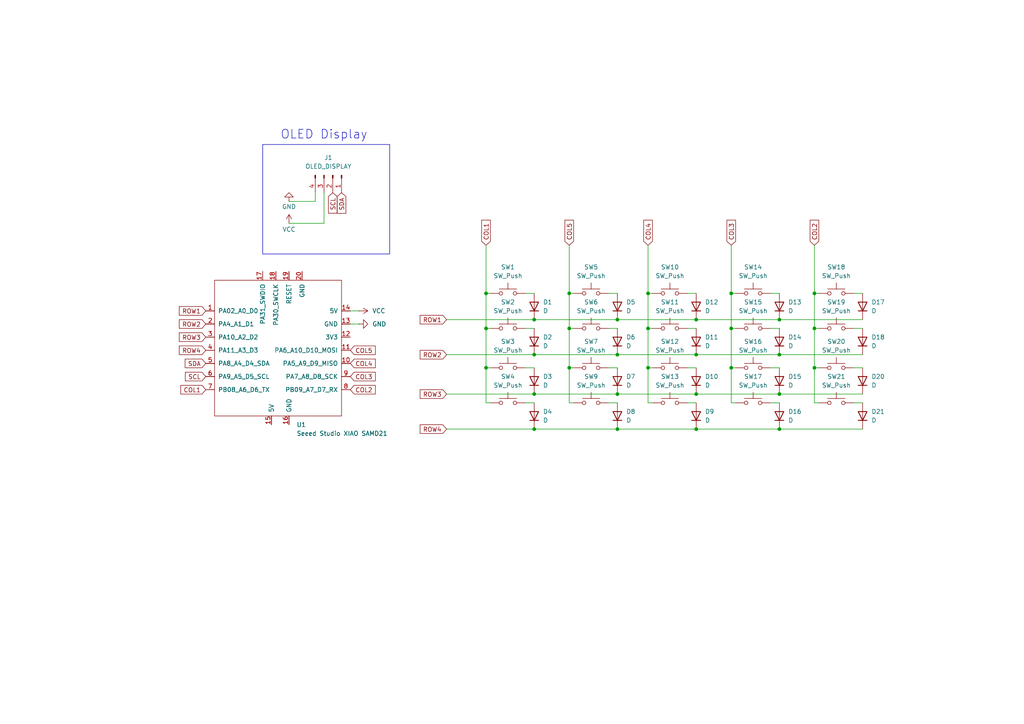
<source format=kicad_sch>
(kicad_sch
	(version 20231120)
	(generator "eeschema")
	(generator_version "8.0")
	(uuid "90c25ad1-1946-4888-942a-c22af6ff5008")
	(paper "A4")
	(lib_symbols
		(symbol "Connector:Conn_01x04_Pin"
			(pin_names
				(offset 1.016) hide)
			(exclude_from_sim no)
			(in_bom yes)
			(on_board yes)
			(property "Reference" "J"
				(at 0 5.08 0)
				(effects
					(font
						(size 1.27 1.27)
					)
				)
			)
			(property "Value" "Conn_01x04_Pin"
				(at 0 -7.62 0)
				(effects
					(font
						(size 1.27 1.27)
					)
				)
			)
			(property "Footprint" ""
				(at 0 0 0)
				(effects
					(font
						(size 1.27 1.27)
					)
					(hide yes)
				)
			)
			(property "Datasheet" "~"
				(at 0 0 0)
				(effects
					(font
						(size 1.27 1.27)
					)
					(hide yes)
				)
			)
			(property "Description" "Generic connector, single row, 01x04, script generated"
				(at 0 0 0)
				(effects
					(font
						(size 1.27 1.27)
					)
					(hide yes)
				)
			)
			(property "ki_locked" ""
				(at 0 0 0)
				(effects
					(font
						(size 1.27 1.27)
					)
				)
			)
			(property "ki_keywords" "connector"
				(at 0 0 0)
				(effects
					(font
						(size 1.27 1.27)
					)
					(hide yes)
				)
			)
			(property "ki_fp_filters" "Connector*:*_1x??_*"
				(at 0 0 0)
				(effects
					(font
						(size 1.27 1.27)
					)
					(hide yes)
				)
			)
			(symbol "Conn_01x04_Pin_1_1"
				(polyline
					(pts
						(xy 1.27 -5.08) (xy 0.8636 -5.08)
					)
					(stroke
						(width 0.1524)
						(type default)
					)
					(fill
						(type none)
					)
				)
				(polyline
					(pts
						(xy 1.27 -2.54) (xy 0.8636 -2.54)
					)
					(stroke
						(width 0.1524)
						(type default)
					)
					(fill
						(type none)
					)
				)
				(polyline
					(pts
						(xy 1.27 0) (xy 0.8636 0)
					)
					(stroke
						(width 0.1524)
						(type default)
					)
					(fill
						(type none)
					)
				)
				(polyline
					(pts
						(xy 1.27 2.54) (xy 0.8636 2.54)
					)
					(stroke
						(width 0.1524)
						(type default)
					)
					(fill
						(type none)
					)
				)
				(rectangle
					(start 0.8636 -4.953)
					(end 0 -5.207)
					(stroke
						(width 0.1524)
						(type default)
					)
					(fill
						(type outline)
					)
				)
				(rectangle
					(start 0.8636 -2.413)
					(end 0 -2.667)
					(stroke
						(width 0.1524)
						(type default)
					)
					(fill
						(type outline)
					)
				)
				(rectangle
					(start 0.8636 0.127)
					(end 0 -0.127)
					(stroke
						(width 0.1524)
						(type default)
					)
					(fill
						(type outline)
					)
				)
				(rectangle
					(start 0.8636 2.667)
					(end 0 2.413)
					(stroke
						(width 0.1524)
						(type default)
					)
					(fill
						(type outline)
					)
				)
				(pin passive line
					(at 5.08 2.54 180)
					(length 3.81)
					(name "Pin_1"
						(effects
							(font
								(size 1.27 1.27)
							)
						)
					)
					(number "1"
						(effects
							(font
								(size 1.27 1.27)
							)
						)
					)
				)
				(pin passive line
					(at 5.08 0 180)
					(length 3.81)
					(name "Pin_2"
						(effects
							(font
								(size 1.27 1.27)
							)
						)
					)
					(number "2"
						(effects
							(font
								(size 1.27 1.27)
							)
						)
					)
				)
				(pin passive line
					(at 5.08 -2.54 180)
					(length 3.81)
					(name "Pin_3"
						(effects
							(font
								(size 1.27 1.27)
							)
						)
					)
					(number "3"
						(effects
							(font
								(size 1.27 1.27)
							)
						)
					)
				)
				(pin passive line
					(at 5.08 -5.08 180)
					(length 3.81)
					(name "Pin_4"
						(effects
							(font
								(size 1.27 1.27)
							)
						)
					)
					(number "4"
						(effects
							(font
								(size 1.27 1.27)
							)
						)
					)
				)
			)
		)
		(symbol "Device:D"
			(pin_numbers hide)
			(pin_names
				(offset 1.016) hide)
			(exclude_from_sim no)
			(in_bom yes)
			(on_board yes)
			(property "Reference" "D"
				(at 0 2.54 0)
				(effects
					(font
						(size 1.27 1.27)
					)
				)
			)
			(property "Value" "D"
				(at 0 -2.54 0)
				(effects
					(font
						(size 1.27 1.27)
					)
				)
			)
			(property "Footprint" ""
				(at 0 0 0)
				(effects
					(font
						(size 1.27 1.27)
					)
					(hide yes)
				)
			)
			(property "Datasheet" "~"
				(at 0 0 0)
				(effects
					(font
						(size 1.27 1.27)
					)
					(hide yes)
				)
			)
			(property "Description" "Diode"
				(at 0 0 0)
				(effects
					(font
						(size 1.27 1.27)
					)
					(hide yes)
				)
			)
			(property "Sim.Device" "D"
				(at 0 0 0)
				(effects
					(font
						(size 1.27 1.27)
					)
					(hide yes)
				)
			)
			(property "Sim.Pins" "1=K 2=A"
				(at 0 0 0)
				(effects
					(font
						(size 1.27 1.27)
					)
					(hide yes)
				)
			)
			(property "ki_keywords" "diode"
				(at 0 0 0)
				(effects
					(font
						(size 1.27 1.27)
					)
					(hide yes)
				)
			)
			(property "ki_fp_filters" "TO-???* *_Diode_* *SingleDiode* D_*"
				(at 0 0 0)
				(effects
					(font
						(size 1.27 1.27)
					)
					(hide yes)
				)
			)
			(symbol "D_0_1"
				(polyline
					(pts
						(xy -1.27 1.27) (xy -1.27 -1.27)
					)
					(stroke
						(width 0.254)
						(type default)
					)
					(fill
						(type none)
					)
				)
				(polyline
					(pts
						(xy 1.27 0) (xy -1.27 0)
					)
					(stroke
						(width 0)
						(type default)
					)
					(fill
						(type none)
					)
				)
				(polyline
					(pts
						(xy 1.27 1.27) (xy 1.27 -1.27) (xy -1.27 0) (xy 1.27 1.27)
					)
					(stroke
						(width 0.254)
						(type default)
					)
					(fill
						(type none)
					)
				)
			)
			(symbol "D_1_1"
				(pin passive line
					(at -3.81 0 0)
					(length 2.54)
					(name "K"
						(effects
							(font
								(size 1.27 1.27)
							)
						)
					)
					(number "1"
						(effects
							(font
								(size 1.27 1.27)
							)
						)
					)
				)
				(pin passive line
					(at 3.81 0 180)
					(length 2.54)
					(name "A"
						(effects
							(font
								(size 1.27 1.27)
							)
						)
					)
					(number "2"
						(effects
							(font
								(size 1.27 1.27)
							)
						)
					)
				)
			)
		)
		(symbol "Seeed_Studio_XIAO_Series:Seeed Studio XIAO SAMD21"
			(pin_names
				(offset 1.016)
			)
			(exclude_from_sim no)
			(in_bom yes)
			(on_board yes)
			(property "Reference" "U"
				(at -19.05 22.86 0)
				(effects
					(font
						(size 1.27 1.27)
					)
				)
			)
			(property "Value" "Seeed Studio XIAO SAMD21"
				(at -12.7 21.59 0)
				(effects
					(font
						(size 1.27 1.27)
					)
				)
			)
			(property "Footprint" ""
				(at -8.89 5.08 0)
				(effects
					(font
						(size 1.27 1.27)
					)
					(hide yes)
				)
			)
			(property "Datasheet" ""
				(at -8.89 5.08 0)
				(effects
					(font
						(size 1.27 1.27)
					)
					(hide yes)
				)
			)
			(property "Description" ""
				(at 0 0 0)
				(effects
					(font
						(size 1.27 1.27)
					)
					(hide yes)
				)
			)
			(symbol "Seeed Studio XIAO SAMD21_0_1"
				(rectangle
					(start -19.05 20.32)
					(end 17.78 -19.05)
					(stroke
						(width 0)
						(type default)
					)
					(fill
						(type none)
					)
				)
			)
			(symbol "Seeed Studio XIAO SAMD21_1_1"
				(pin unspecified line
					(at -21.59 11.43 0)
					(length 2.54)
					(name "PA02_A0_D0"
						(effects
							(font
								(size 1.27 1.27)
							)
						)
					)
					(number "1"
						(effects
							(font
								(size 1.27 1.27)
							)
						)
					)
				)
				(pin unspecified line
					(at 20.32 -3.81 180)
					(length 2.54)
					(name "PA5_A9_D9_MISO"
						(effects
							(font
								(size 1.27 1.27)
							)
						)
					)
					(number "10"
						(effects
							(font
								(size 1.27 1.27)
							)
						)
					)
				)
				(pin unspecified line
					(at 20.32 0 180)
					(length 2.54)
					(name "PA6_A10_D10_MOSI"
						(effects
							(font
								(size 1.27 1.27)
							)
						)
					)
					(number "11"
						(effects
							(font
								(size 1.27 1.27)
							)
						)
					)
				)
				(pin unspecified line
					(at 20.32 3.81 180)
					(length 2.54)
					(name "3V3"
						(effects
							(font
								(size 1.27 1.27)
							)
						)
					)
					(number "12"
						(effects
							(font
								(size 1.27 1.27)
							)
						)
					)
				)
				(pin unspecified line
					(at 20.32 7.62 180)
					(length 2.54)
					(name "GND"
						(effects
							(font
								(size 1.27 1.27)
							)
						)
					)
					(number "13"
						(effects
							(font
								(size 1.27 1.27)
							)
						)
					)
				)
				(pin unspecified line
					(at 20.32 11.43 180)
					(length 2.54)
					(name "5V"
						(effects
							(font
								(size 1.27 1.27)
							)
						)
					)
					(number "14"
						(effects
							(font
								(size 1.27 1.27)
							)
						)
					)
				)
				(pin input line
					(at -2.54 -21.59 90)
					(length 2.54)
					(name "5V"
						(effects
							(font
								(size 1.27 1.27)
							)
						)
					)
					(number "15"
						(effects
							(font
								(size 1.27 1.27)
							)
						)
					)
				)
				(pin input line
					(at 2.54 -21.59 90)
					(length 2.54)
					(name "GND"
						(effects
							(font
								(size 1.27 1.27)
							)
						)
					)
					(number "16"
						(effects
							(font
								(size 1.27 1.27)
							)
						)
					)
				)
				(pin input line
					(at -5.08 22.86 270)
					(length 2.54)
					(name "PA31_SWDIO"
						(effects
							(font
								(size 1.27 1.27)
							)
						)
					)
					(number "17"
						(effects
							(font
								(size 1.27 1.27)
							)
						)
					)
				)
				(pin input line
					(at -1.27 22.86 270)
					(length 2.54)
					(name "PA30_SWCLK"
						(effects
							(font
								(size 1.27 1.27)
							)
						)
					)
					(number "18"
						(effects
							(font
								(size 1.27 1.27)
							)
						)
					)
				)
				(pin input line
					(at 2.54 22.86 270)
					(length 2.54)
					(name "RESET"
						(effects
							(font
								(size 1.27 1.27)
							)
						)
					)
					(number "19"
						(effects
							(font
								(size 1.27 1.27)
							)
						)
					)
				)
				(pin unspecified line
					(at -21.59 7.62 0)
					(length 2.54)
					(name "PA4_A1_D1"
						(effects
							(font
								(size 1.27 1.27)
							)
						)
					)
					(number "2"
						(effects
							(font
								(size 1.27 1.27)
							)
						)
					)
				)
				(pin input line
					(at 6.35 22.86 270)
					(length 2.54)
					(name "GND"
						(effects
							(font
								(size 1.27 1.27)
							)
						)
					)
					(number "20"
						(effects
							(font
								(size 1.27 1.27)
							)
						)
					)
				)
				(pin unspecified line
					(at -21.59 3.81 0)
					(length 2.54)
					(name "PA10_A2_D2"
						(effects
							(font
								(size 1.27 1.27)
							)
						)
					)
					(number "3"
						(effects
							(font
								(size 1.27 1.27)
							)
						)
					)
				)
				(pin unspecified line
					(at -21.59 0 0)
					(length 2.54)
					(name "PA11_A3_D3"
						(effects
							(font
								(size 1.27 1.27)
							)
						)
					)
					(number "4"
						(effects
							(font
								(size 1.27 1.27)
							)
						)
					)
				)
				(pin unspecified line
					(at -21.59 -3.81 0)
					(length 2.54)
					(name "PA8_A4_D4_SDA"
						(effects
							(font
								(size 1.27 1.27)
							)
						)
					)
					(number "5"
						(effects
							(font
								(size 1.27 1.27)
							)
						)
					)
				)
				(pin unspecified line
					(at -21.59 -7.62 0)
					(length 2.54)
					(name "PA9_A5_D5_SCL"
						(effects
							(font
								(size 1.27 1.27)
							)
						)
					)
					(number "6"
						(effects
							(font
								(size 1.27 1.27)
							)
						)
					)
				)
				(pin unspecified line
					(at -21.59 -11.43 0)
					(length 2.54)
					(name "PB08_A6_D6_TX"
						(effects
							(font
								(size 1.27 1.27)
							)
						)
					)
					(number "7"
						(effects
							(font
								(size 1.27 1.27)
							)
						)
					)
				)
				(pin unspecified line
					(at 20.32 -11.43 180)
					(length 2.54)
					(name "PB09_A7_D7_RX"
						(effects
							(font
								(size 1.27 1.27)
							)
						)
					)
					(number "8"
						(effects
							(font
								(size 1.27 1.27)
							)
						)
					)
				)
				(pin unspecified line
					(at 20.32 -7.62 180)
					(length 2.54)
					(name "PA7_A8_D8_SCK"
						(effects
							(font
								(size 1.27 1.27)
							)
						)
					)
					(number "9"
						(effects
							(font
								(size 1.27 1.27)
							)
						)
					)
				)
			)
		)
		(symbol "Switch:SW_Push"
			(pin_numbers hide)
			(pin_names
				(offset 1.016) hide)
			(exclude_from_sim no)
			(in_bom yes)
			(on_board yes)
			(property "Reference" "SW"
				(at 1.27 2.54 0)
				(effects
					(font
						(size 1.27 1.27)
					)
					(justify left)
				)
			)
			(property "Value" "SW_Push"
				(at 0 -1.524 0)
				(effects
					(font
						(size 1.27 1.27)
					)
				)
			)
			(property "Footprint" ""
				(at 0 5.08 0)
				(effects
					(font
						(size 1.27 1.27)
					)
					(hide yes)
				)
			)
			(property "Datasheet" "~"
				(at 0 5.08 0)
				(effects
					(font
						(size 1.27 1.27)
					)
					(hide yes)
				)
			)
			(property "Description" "Push button switch, generic, two pins"
				(at 0 0 0)
				(effects
					(font
						(size 1.27 1.27)
					)
					(hide yes)
				)
			)
			(property "ki_keywords" "switch normally-open pushbutton push-button"
				(at 0 0 0)
				(effects
					(font
						(size 1.27 1.27)
					)
					(hide yes)
				)
			)
			(symbol "SW_Push_0_1"
				(circle
					(center -2.032 0)
					(radius 0.508)
					(stroke
						(width 0)
						(type default)
					)
					(fill
						(type none)
					)
				)
				(polyline
					(pts
						(xy 0 1.27) (xy 0 3.048)
					)
					(stroke
						(width 0)
						(type default)
					)
					(fill
						(type none)
					)
				)
				(polyline
					(pts
						(xy 2.54 1.27) (xy -2.54 1.27)
					)
					(stroke
						(width 0)
						(type default)
					)
					(fill
						(type none)
					)
				)
				(circle
					(center 2.032 0)
					(radius 0.508)
					(stroke
						(width 0)
						(type default)
					)
					(fill
						(type none)
					)
				)
				(pin passive line
					(at -5.08 0 0)
					(length 2.54)
					(name "1"
						(effects
							(font
								(size 1.27 1.27)
							)
						)
					)
					(number "1"
						(effects
							(font
								(size 1.27 1.27)
							)
						)
					)
				)
				(pin passive line
					(at 5.08 0 180)
					(length 2.54)
					(name "2"
						(effects
							(font
								(size 1.27 1.27)
							)
						)
					)
					(number "2"
						(effects
							(font
								(size 1.27 1.27)
							)
						)
					)
				)
			)
		)
		(symbol "power:GND"
			(power)
			(pin_numbers hide)
			(pin_names
				(offset 0) hide)
			(exclude_from_sim no)
			(in_bom yes)
			(on_board yes)
			(property "Reference" "#PWR"
				(at 0 -6.35 0)
				(effects
					(font
						(size 1.27 1.27)
					)
					(hide yes)
				)
			)
			(property "Value" "GND"
				(at 0 -3.81 0)
				(effects
					(font
						(size 1.27 1.27)
					)
				)
			)
			(property "Footprint" ""
				(at 0 0 0)
				(effects
					(font
						(size 1.27 1.27)
					)
					(hide yes)
				)
			)
			(property "Datasheet" ""
				(at 0 0 0)
				(effects
					(font
						(size 1.27 1.27)
					)
					(hide yes)
				)
			)
			(property "Description" "Power symbol creates a global label with name \"GND\" , ground"
				(at 0 0 0)
				(effects
					(font
						(size 1.27 1.27)
					)
					(hide yes)
				)
			)
			(property "ki_keywords" "global power"
				(at 0 0 0)
				(effects
					(font
						(size 1.27 1.27)
					)
					(hide yes)
				)
			)
			(symbol "GND_0_1"
				(polyline
					(pts
						(xy 0 0) (xy 0 -1.27) (xy 1.27 -1.27) (xy 0 -2.54) (xy -1.27 -1.27) (xy 0 -1.27)
					)
					(stroke
						(width 0)
						(type default)
					)
					(fill
						(type none)
					)
				)
			)
			(symbol "GND_1_1"
				(pin power_in line
					(at 0 0 270)
					(length 0)
					(name "~"
						(effects
							(font
								(size 1.27 1.27)
							)
						)
					)
					(number "1"
						(effects
							(font
								(size 1.27 1.27)
							)
						)
					)
				)
			)
		)
		(symbol "power:VCC"
			(power)
			(pin_numbers hide)
			(pin_names
				(offset 0) hide)
			(exclude_from_sim no)
			(in_bom yes)
			(on_board yes)
			(property "Reference" "#PWR"
				(at 0 -3.81 0)
				(effects
					(font
						(size 1.27 1.27)
					)
					(hide yes)
				)
			)
			(property "Value" "VCC"
				(at 0 3.556 0)
				(effects
					(font
						(size 1.27 1.27)
					)
				)
			)
			(property "Footprint" ""
				(at 0 0 0)
				(effects
					(font
						(size 1.27 1.27)
					)
					(hide yes)
				)
			)
			(property "Datasheet" ""
				(at 0 0 0)
				(effects
					(font
						(size 1.27 1.27)
					)
					(hide yes)
				)
			)
			(property "Description" "Power symbol creates a global label with name \"VCC\""
				(at 0 0 0)
				(effects
					(font
						(size 1.27 1.27)
					)
					(hide yes)
				)
			)
			(property "ki_keywords" "global power"
				(at 0 0 0)
				(effects
					(font
						(size 1.27 1.27)
					)
					(hide yes)
				)
			)
			(symbol "VCC_0_1"
				(polyline
					(pts
						(xy -0.762 1.27) (xy 0 2.54)
					)
					(stroke
						(width 0)
						(type default)
					)
					(fill
						(type none)
					)
				)
				(polyline
					(pts
						(xy 0 0) (xy 0 2.54)
					)
					(stroke
						(width 0)
						(type default)
					)
					(fill
						(type none)
					)
				)
				(polyline
					(pts
						(xy 0 2.54) (xy 0.762 1.27)
					)
					(stroke
						(width 0)
						(type default)
					)
					(fill
						(type none)
					)
				)
			)
			(symbol "VCC_1_1"
				(pin power_in line
					(at 0 0 90)
					(length 0)
					(name "~"
						(effects
							(font
								(size 1.27 1.27)
							)
						)
					)
					(number "1"
						(effects
							(font
								(size 1.27 1.27)
							)
						)
					)
				)
			)
		)
	)
	(junction
		(at 201.93 124.46)
		(diameter 0)
		(color 0 0 0 0)
		(uuid "023d315f-73b8-45e6-9f02-1ea065c34e7d")
	)
	(junction
		(at 154.94 114.3)
		(diameter 0)
		(color 0 0 0 0)
		(uuid "0299efa2-69d8-49ef-b1db-01a4c4db67f2")
	)
	(junction
		(at 201.93 102.87)
		(diameter 0)
		(color 0 0 0 0)
		(uuid "031fbf8a-fdfb-478d-b205-70032bfddc0e")
	)
	(junction
		(at 212.09 85.09)
		(diameter 0)
		(color 0 0 0 0)
		(uuid "096fcd7b-ec82-469c-b0d0-f8a4d0c8f0d9")
	)
	(junction
		(at 212.09 95.25)
		(diameter 0)
		(color 0 0 0 0)
		(uuid "101aba0b-3039-4aea-9aaa-30314c70869e")
	)
	(junction
		(at 226.06 114.3)
		(diameter 0)
		(color 0 0 0 0)
		(uuid "351c197d-02ca-4902-a110-a542be314424")
	)
	(junction
		(at 140.97 106.68)
		(diameter 0)
		(color 0 0 0 0)
		(uuid "36119e50-5b5c-4255-b138-616afddbc096")
	)
	(junction
		(at 226.06 92.71)
		(diameter 0)
		(color 0 0 0 0)
		(uuid "3d15bd1d-4798-4b03-a858-ac70d9ef8f37")
	)
	(junction
		(at 236.22 95.25)
		(diameter 0)
		(color 0 0 0 0)
		(uuid "52f105dd-f6c6-42a1-a756-eba6fb536ad6")
	)
	(junction
		(at 154.94 102.87)
		(diameter 0)
		(color 0 0 0 0)
		(uuid "5a443bf0-d7c1-46b7-b0a3-f9f149ce3e29")
	)
	(junction
		(at 236.22 85.09)
		(diameter 0)
		(color 0 0 0 0)
		(uuid "5eb7c8c5-0b6d-4382-a522-4fb0c5488c2d")
	)
	(junction
		(at 212.09 106.68)
		(diameter 0)
		(color 0 0 0 0)
		(uuid "62113cc1-c630-409f-a7f1-5ae7c7eb3ea0")
	)
	(junction
		(at 187.96 95.25)
		(diameter 0)
		(color 0 0 0 0)
		(uuid "689cea06-622f-40fe-b7bf-73fe4e2874eb")
	)
	(junction
		(at 165.1 85.09)
		(diameter 0)
		(color 0 0 0 0)
		(uuid "6cbf7a0c-e89a-4ae8-b55e-675eaa09409a")
	)
	(junction
		(at 201.93 114.3)
		(diameter 0)
		(color 0 0 0 0)
		(uuid "7657afaa-f6b9-49ce-8fda-16cb7d39ad6d")
	)
	(junction
		(at 140.97 85.09)
		(diameter 0)
		(color 0 0 0 0)
		(uuid "852b6b0b-d2fb-463e-996e-6fa5a8000d50")
	)
	(junction
		(at 179.07 92.71)
		(diameter 0)
		(color 0 0 0 0)
		(uuid "868b3bca-544c-4de1-b81f-85d45f567421")
	)
	(junction
		(at 154.94 92.71)
		(diameter 0)
		(color 0 0 0 0)
		(uuid "8ae1c5c1-0039-4452-8e40-b5e6eb7d30c6")
	)
	(junction
		(at 179.07 102.87)
		(diameter 0)
		(color 0 0 0 0)
		(uuid "8c28769b-3e7d-4f91-8f59-daeb11a49605")
	)
	(junction
		(at 154.94 124.46)
		(diameter 0)
		(color 0 0 0 0)
		(uuid "96ad4e6a-2d4b-4d87-a591-02f8d88b8afa")
	)
	(junction
		(at 201.93 92.71)
		(diameter 0)
		(color 0 0 0 0)
		(uuid "aab3f88c-155b-459e-840c-c5bb2731c6a0")
	)
	(junction
		(at 226.06 102.87)
		(diameter 0)
		(color 0 0 0 0)
		(uuid "b44f683a-2e06-46db-80ed-4741613f6456")
	)
	(junction
		(at 236.22 106.68)
		(diameter 0)
		(color 0 0 0 0)
		(uuid "bc1469a3-e93b-4fcd-9483-8149925fb614")
	)
	(junction
		(at 165.1 95.25)
		(diameter 0)
		(color 0 0 0 0)
		(uuid "c07254c0-b451-43ef-b9cc-d3bb8169bcb5")
	)
	(junction
		(at 226.06 124.46)
		(diameter 0)
		(color 0 0 0 0)
		(uuid "d43fe543-a396-4923-a99c-5bdcd6e20b56")
	)
	(junction
		(at 179.07 114.3)
		(diameter 0)
		(color 0 0 0 0)
		(uuid "d74cd5f3-7988-4a92-81a5-540efe1ee596")
	)
	(junction
		(at 187.96 85.09)
		(diameter 0)
		(color 0 0 0 0)
		(uuid "dbaf171f-c130-41c1-8b5d-ccce760795c8")
	)
	(junction
		(at 187.96 106.68)
		(diameter 0)
		(color 0 0 0 0)
		(uuid "e56d0c26-7956-4d93-841b-0f0cf6428db4")
	)
	(junction
		(at 140.97 95.25)
		(diameter 0)
		(color 0 0 0 0)
		(uuid "ed708598-9faa-4f10-a0f1-a54edcebfc1d")
	)
	(junction
		(at 179.07 124.46)
		(diameter 0)
		(color 0 0 0 0)
		(uuid "f93fe713-55a8-4655-8981-f227a7c2f90c")
	)
	(junction
		(at 165.1 106.68)
		(diameter 0)
		(color 0 0 0 0)
		(uuid "fb2ee2fa-c4eb-4092-a96a-e9f210c19a6a")
	)
	(wire
		(pts
			(xy 176.53 95.25) (xy 179.07 95.25)
		)
		(stroke
			(width 0)
			(type default)
		)
		(uuid "01a548f0-5ac5-4d13-93fe-d884a4b72c2f")
	)
	(wire
		(pts
			(xy 140.97 85.09) (xy 142.24 85.09)
		)
		(stroke
			(width 0)
			(type default)
		)
		(uuid "021fa469-4861-4674-8e40-3ae195d7f623")
	)
	(wire
		(pts
			(xy 236.22 71.12) (xy 236.22 85.09)
		)
		(stroke
			(width 0)
			(type default)
		)
		(uuid "09ed16b1-f695-4846-bb5b-dd7e56fed28f")
	)
	(wire
		(pts
			(xy 237.49 95.25) (xy 236.22 95.25)
		)
		(stroke
			(width 0)
			(type default)
		)
		(uuid "0adfcfaa-46da-41f5-abc6-f6d477a07f7c")
	)
	(wire
		(pts
			(xy 189.23 106.68) (xy 187.96 106.68)
		)
		(stroke
			(width 0)
			(type default)
		)
		(uuid "0b91e7da-e69f-41ca-a996-718248267250")
	)
	(wire
		(pts
			(xy 201.93 102.87) (xy 226.06 102.87)
		)
		(stroke
			(width 0)
			(type default)
		)
		(uuid "0b96c825-f227-4c0e-a5d9-a08ed54137e9")
	)
	(wire
		(pts
			(xy 212.09 95.25) (xy 212.09 106.68)
		)
		(stroke
			(width 0)
			(type default)
		)
		(uuid "14f5dbe8-72ec-408e-84c7-f4f98fdbddf8")
	)
	(wire
		(pts
			(xy 165.1 95.25) (xy 165.1 106.68)
		)
		(stroke
			(width 0)
			(type default)
		)
		(uuid "1625e7a8-57dd-46a6-bd5a-989b725602df")
	)
	(wire
		(pts
			(xy 213.36 116.84) (xy 212.09 116.84)
		)
		(stroke
			(width 0)
			(type default)
		)
		(uuid "176dfea4-a24d-45a7-a3d6-3774637a74f8")
	)
	(wire
		(pts
			(xy 165.1 71.12) (xy 165.1 85.09)
		)
		(stroke
			(width 0)
			(type default)
		)
		(uuid "1cfedfce-a15c-4d16-b410-668749a9cdd5")
	)
	(wire
		(pts
			(xy 189.23 116.84) (xy 187.96 116.84)
		)
		(stroke
			(width 0)
			(type default)
		)
		(uuid "1f7720aa-bdb2-41de-83c8-cde3df94fb77")
	)
	(wire
		(pts
			(xy 176.53 85.09) (xy 179.07 85.09)
		)
		(stroke
			(width 0)
			(type default)
		)
		(uuid "22f5b907-60a4-4065-9aff-bcab342269a8")
	)
	(wire
		(pts
			(xy 142.24 106.68) (xy 140.97 106.68)
		)
		(stroke
			(width 0)
			(type default)
		)
		(uuid "243b6c56-7084-47f1-8610-23cc01e4c2d5")
	)
	(wire
		(pts
			(xy 166.37 116.84) (xy 165.1 116.84)
		)
		(stroke
			(width 0)
			(type default)
		)
		(uuid "26304932-10d8-45c5-b3eb-2f1e1d0ec30f")
	)
	(wire
		(pts
			(xy 129.54 124.46) (xy 154.94 124.46)
		)
		(stroke
			(width 0)
			(type default)
		)
		(uuid "27ab747b-ce97-430f-8582-873fe7c95fd5")
	)
	(wire
		(pts
			(xy 176.53 116.84) (xy 179.07 116.84)
		)
		(stroke
			(width 0)
			(type default)
		)
		(uuid "2a49bbe6-afca-4b29-9f4c-f6f740cc235a")
	)
	(wire
		(pts
			(xy 247.65 116.84) (xy 250.19 116.84)
		)
		(stroke
			(width 0)
			(type default)
		)
		(uuid "2adc5fe2-17bd-474d-90c3-127947098adf")
	)
	(wire
		(pts
			(xy 212.09 71.12) (xy 212.09 85.09)
		)
		(stroke
			(width 0)
			(type default)
		)
		(uuid "32496f21-8bab-4964-b07c-c912d85fed75")
	)
	(wire
		(pts
			(xy 142.24 95.25) (xy 140.97 95.25)
		)
		(stroke
			(width 0)
			(type default)
		)
		(uuid "32cc1c7c-9bdf-403a-865f-b220066d9ef4")
	)
	(wire
		(pts
			(xy 152.4 116.84) (xy 154.94 116.84)
		)
		(stroke
			(width 0)
			(type default)
		)
		(uuid "39933690-1e66-4af1-80f7-1ce8b90335bd")
	)
	(wire
		(pts
			(xy 237.49 106.68) (xy 236.22 106.68)
		)
		(stroke
			(width 0)
			(type default)
		)
		(uuid "3cce4c26-6073-4843-8162-b398d67838a5")
	)
	(wire
		(pts
			(xy 152.4 106.68) (xy 154.94 106.68)
		)
		(stroke
			(width 0)
			(type default)
		)
		(uuid "3e8f7158-f0eb-49c3-bf9c-71e22ce52790")
	)
	(wire
		(pts
			(xy 201.93 114.3) (xy 226.06 114.3)
		)
		(stroke
			(width 0)
			(type default)
		)
		(uuid "4470fd41-01ef-46fc-9b7f-3bf03ffebbf4")
	)
	(wire
		(pts
			(xy 226.06 124.46) (xy 250.19 124.46)
		)
		(stroke
			(width 0)
			(type default)
		)
		(uuid "44c6f144-edd7-43a3-9f0c-addc35760df5")
	)
	(wire
		(pts
			(xy 101.6 90.17) (xy 104.14 90.17)
		)
		(stroke
			(width 0)
			(type default)
		)
		(uuid "47cf3c77-ab5f-4aec-ad38-ec51fc5584a8")
	)
	(wire
		(pts
			(xy 201.93 92.71) (xy 226.06 92.71)
		)
		(stroke
			(width 0)
			(type default)
		)
		(uuid "4862caae-d707-4d5f-95c7-0dabc24f406e")
	)
	(wire
		(pts
			(xy 83.82 58.42) (xy 91.44 58.42)
		)
		(stroke
			(width 0)
			(type default)
		)
		(uuid "5782dcf9-8013-4ce1-b7d2-c2b0b8c65396")
	)
	(wire
		(pts
			(xy 226.06 92.71) (xy 250.19 92.71)
		)
		(stroke
			(width 0)
			(type default)
		)
		(uuid "5b92683b-aaee-49d0-865b-a4daed43d034")
	)
	(wire
		(pts
			(xy 223.52 106.68) (xy 226.06 106.68)
		)
		(stroke
			(width 0)
			(type default)
		)
		(uuid "5d2d796d-1df4-42ba-b4d4-cbf058a69df4")
	)
	(wire
		(pts
			(xy 187.96 95.25) (xy 187.96 106.68)
		)
		(stroke
			(width 0)
			(type default)
		)
		(uuid "5e0629c9-4469-496e-ac35-3be71e61989c")
	)
	(wire
		(pts
			(xy 223.52 116.84) (xy 226.06 116.84)
		)
		(stroke
			(width 0)
			(type default)
		)
		(uuid "5f71e346-1c30-47f5-9bf4-dc6c71817978")
	)
	(wire
		(pts
			(xy 199.39 95.25) (xy 201.93 95.25)
		)
		(stroke
			(width 0)
			(type default)
		)
		(uuid "63a83788-efd4-484f-b081-843116a92d90")
	)
	(wire
		(pts
			(xy 212.09 85.09) (xy 212.09 95.25)
		)
		(stroke
			(width 0)
			(type default)
		)
		(uuid "6709c867-853c-4120-b445-f8454afcce7d")
	)
	(wire
		(pts
			(xy 142.24 116.84) (xy 140.97 116.84)
		)
		(stroke
			(width 0)
			(type default)
		)
		(uuid "67b7d888-fe0b-44ef-a5c3-4b6f620d7469")
	)
	(wire
		(pts
			(xy 179.07 102.87) (xy 201.93 102.87)
		)
		(stroke
			(width 0)
			(type default)
		)
		(uuid "69aff03a-0f8d-442e-95bd-265b0ca2746b")
	)
	(wire
		(pts
			(xy 152.4 85.09) (xy 154.94 85.09)
		)
		(stroke
			(width 0)
			(type default)
		)
		(uuid "6c17a9df-48f1-477d-b533-233244e12c3c")
	)
	(wire
		(pts
			(xy 212.09 106.68) (xy 212.09 116.84)
		)
		(stroke
			(width 0)
			(type default)
		)
		(uuid "6c6fe0a2-d4aa-463f-9a3d-7d49e489eeb9")
	)
	(wire
		(pts
			(xy 201.93 124.46) (xy 226.06 124.46)
		)
		(stroke
			(width 0)
			(type default)
		)
		(uuid "745ae74e-748c-44ca-8aa7-abaaac8a16b3")
	)
	(wire
		(pts
			(xy 166.37 95.25) (xy 165.1 95.25)
		)
		(stroke
			(width 0)
			(type default)
		)
		(uuid "7d2e26be-5e82-4c53-bb75-a08ff9fe3b66")
	)
	(wire
		(pts
			(xy 226.06 114.3) (xy 250.19 114.3)
		)
		(stroke
			(width 0)
			(type default)
		)
		(uuid "7f653dd9-4610-49e6-a17e-8f2ffe23dfd5")
	)
	(wire
		(pts
			(xy 154.94 124.46) (xy 179.07 124.46)
		)
		(stroke
			(width 0)
			(type default)
		)
		(uuid "82ef8cff-2abc-4375-a1fa-15f90127d871")
	)
	(wire
		(pts
			(xy 179.07 92.71) (xy 201.93 92.71)
		)
		(stroke
			(width 0)
			(type default)
		)
		(uuid "83a0be80-55ac-4716-ae31-b1e8a36a5953")
	)
	(wire
		(pts
			(xy 165.1 106.68) (xy 165.1 116.84)
		)
		(stroke
			(width 0)
			(type default)
		)
		(uuid "855a17b7-8820-408d-8bb5-70703127ff04")
	)
	(wire
		(pts
			(xy 83.82 64.77) (xy 93.98 64.77)
		)
		(stroke
			(width 0)
			(type default)
		)
		(uuid "8732ca7f-8972-4be0-a175-bc8241881ff3")
	)
	(wire
		(pts
			(xy 199.39 116.84) (xy 201.93 116.84)
		)
		(stroke
			(width 0)
			(type default)
		)
		(uuid "883d6048-5d31-4f42-b738-a4865d296ea6")
	)
	(wire
		(pts
			(xy 129.54 114.3) (xy 154.94 114.3)
		)
		(stroke
			(width 0)
			(type default)
		)
		(uuid "88e59e8d-09b7-4aff-8cf9-c857e5cb49ab")
	)
	(wire
		(pts
			(xy 213.36 106.68) (xy 212.09 106.68)
		)
		(stroke
			(width 0)
			(type default)
		)
		(uuid "8b0b5644-01e6-49f8-a61b-0b80437e3142")
	)
	(wire
		(pts
			(xy 152.4 95.25) (xy 154.94 95.25)
		)
		(stroke
			(width 0)
			(type default)
		)
		(uuid "8c5912e7-4e9d-465b-a7cd-7442711e1344")
	)
	(wire
		(pts
			(xy 236.22 85.09) (xy 236.22 95.25)
		)
		(stroke
			(width 0)
			(type default)
		)
		(uuid "8ceaa4bd-515c-4e37-aa90-e73c9c11f2d4")
	)
	(wire
		(pts
			(xy 154.94 102.87) (xy 179.07 102.87)
		)
		(stroke
			(width 0)
			(type default)
		)
		(uuid "8fdcbbe0-b6a2-4abd-aac0-0216f22ff88d")
	)
	(wire
		(pts
			(xy 247.65 95.25) (xy 250.19 95.25)
		)
		(stroke
			(width 0)
			(type default)
		)
		(uuid "95809dd2-63ff-4e78-b31a-6e1c0b1233b5")
	)
	(wire
		(pts
			(xy 154.94 114.3) (xy 179.07 114.3)
		)
		(stroke
			(width 0)
			(type default)
		)
		(uuid "96df487e-9c24-4b29-bd48-cded32264eb6")
	)
	(wire
		(pts
			(xy 101.6 93.98) (xy 104.14 93.98)
		)
		(stroke
			(width 0)
			(type default)
		)
		(uuid "99cfce69-53c7-4245-8236-6ca55b9ca1e2")
	)
	(wire
		(pts
			(xy 154.94 92.71) (xy 179.07 92.71)
		)
		(stroke
			(width 0)
			(type default)
		)
		(uuid "9c53c606-46f0-411f-a618-b17957b44925")
	)
	(wire
		(pts
			(xy 140.97 106.68) (xy 140.97 116.84)
		)
		(stroke
			(width 0)
			(type default)
		)
		(uuid "9e244cad-5b03-480c-b452-6db0ef035b08")
	)
	(wire
		(pts
			(xy 187.96 106.68) (xy 187.96 116.84)
		)
		(stroke
			(width 0)
			(type default)
		)
		(uuid "a4a431b2-bd0c-41ef-b06f-f8f4d1a33330")
	)
	(wire
		(pts
			(xy 140.97 95.25) (xy 140.97 106.68)
		)
		(stroke
			(width 0)
			(type default)
		)
		(uuid "a6d887c4-af6f-426a-a0a4-ea7773cf9573")
	)
	(wire
		(pts
			(xy 189.23 95.25) (xy 187.96 95.25)
		)
		(stroke
			(width 0)
			(type default)
		)
		(uuid "aa3b12db-baa9-422a-a10b-e839cadceca7")
	)
	(wire
		(pts
			(xy 165.1 85.09) (xy 165.1 95.25)
		)
		(stroke
			(width 0)
			(type default)
		)
		(uuid "b1dc3094-8c62-4621-b000-5acf7ebacaf8")
	)
	(wire
		(pts
			(xy 226.06 102.87) (xy 250.19 102.87)
		)
		(stroke
			(width 0)
			(type default)
		)
		(uuid "bec1ae82-ad30-467f-abee-1fce31a8db9e")
	)
	(wire
		(pts
			(xy 166.37 106.68) (xy 165.1 106.68)
		)
		(stroke
			(width 0)
			(type default)
		)
		(uuid "c56b0c3f-fc72-4af0-b5fc-40f337855de8")
	)
	(wire
		(pts
			(xy 213.36 95.25) (xy 212.09 95.25)
		)
		(stroke
			(width 0)
			(type default)
		)
		(uuid "c6174b8c-4671-4b54-9e9b-2236269c9bb9")
	)
	(wire
		(pts
			(xy 140.97 95.25) (xy 140.97 85.09)
		)
		(stroke
			(width 0)
			(type default)
		)
		(uuid "c9fcce0a-c5ae-4cac-933a-e1b156f6725a")
	)
	(wire
		(pts
			(xy 236.22 106.68) (xy 236.22 116.84)
		)
		(stroke
			(width 0)
			(type default)
		)
		(uuid "ca8f7f8b-eecd-4742-a466-3d08b46131c7")
	)
	(wire
		(pts
			(xy 129.54 102.87) (xy 154.94 102.87)
		)
		(stroke
			(width 0)
			(type default)
		)
		(uuid "ce7a5d6d-6bf4-4038-85f6-12c6cfcfb8f5")
	)
	(wire
		(pts
			(xy 93.98 64.77) (xy 93.98 55.88)
		)
		(stroke
			(width 0)
			(type default)
		)
		(uuid "cf69bd4d-e571-4c6a-abc7-8734be741af0")
	)
	(wire
		(pts
			(xy 213.36 85.09) (xy 212.09 85.09)
		)
		(stroke
			(width 0)
			(type default)
		)
		(uuid "cfcbb840-0a16-417f-bfa8-33ba6498b754")
	)
	(wire
		(pts
			(xy 187.96 71.12) (xy 187.96 85.09)
		)
		(stroke
			(width 0)
			(type default)
		)
		(uuid "d21ef1bf-0d05-4875-95a3-11b0c01180b9")
	)
	(wire
		(pts
			(xy 140.97 71.12) (xy 140.97 85.09)
		)
		(stroke
			(width 0)
			(type default)
		)
		(uuid "d22e1215-80c9-4929-bc4c-002bf822ebff")
	)
	(wire
		(pts
			(xy 237.49 116.84) (xy 236.22 116.84)
		)
		(stroke
			(width 0)
			(type default)
		)
		(uuid "d605c1f9-d628-4eb2-9a5a-3dffffbc41c1")
	)
	(wire
		(pts
			(xy 199.39 85.09) (xy 201.93 85.09)
		)
		(stroke
			(width 0)
			(type default)
		)
		(uuid "db6e64bf-35d3-4d3c-9552-42cdd5380a7d")
	)
	(wire
		(pts
			(xy 247.65 85.09) (xy 250.19 85.09)
		)
		(stroke
			(width 0)
			(type default)
		)
		(uuid "dd888560-c9b1-42c0-b2fd-37995b5b16a4")
	)
	(wire
		(pts
			(xy 176.53 106.68) (xy 179.07 106.68)
		)
		(stroke
			(width 0)
			(type default)
		)
		(uuid "e517da60-a765-49be-be56-63b6911993f9")
	)
	(wire
		(pts
			(xy 247.65 106.68) (xy 250.19 106.68)
		)
		(stroke
			(width 0)
			(type default)
		)
		(uuid "e51e0c15-bc1b-4c1f-aeac-77269fba037b")
	)
	(wire
		(pts
			(xy 166.37 85.09) (xy 165.1 85.09)
		)
		(stroke
			(width 0)
			(type default)
		)
		(uuid "e7c178e6-b595-48c2-9668-3683881c7da6")
	)
	(wire
		(pts
			(xy 223.52 95.25) (xy 226.06 95.25)
		)
		(stroke
			(width 0)
			(type default)
		)
		(uuid "e96f8f38-a81e-4f2c-8e2b-9b8053199448")
	)
	(wire
		(pts
			(xy 236.22 95.25) (xy 236.22 106.68)
		)
		(stroke
			(width 0)
			(type default)
		)
		(uuid "e996d5d4-f648-4103-9354-3b7abe98215b")
	)
	(wire
		(pts
			(xy 179.07 114.3) (xy 201.93 114.3)
		)
		(stroke
			(width 0)
			(type default)
		)
		(uuid "ec2641d4-3fd4-4970-87d4-fbd313ab7cb6")
	)
	(wire
		(pts
			(xy 187.96 85.09) (xy 187.96 95.25)
		)
		(stroke
			(width 0)
			(type default)
		)
		(uuid "ec36e064-f787-4fe3-8b7d-7642ea6fe448")
	)
	(wire
		(pts
			(xy 189.23 85.09) (xy 187.96 85.09)
		)
		(stroke
			(width 0)
			(type default)
		)
		(uuid "f02f3325-d122-4782-8eb6-61b11fd24c22")
	)
	(wire
		(pts
			(xy 129.54 92.71) (xy 154.94 92.71)
		)
		(stroke
			(width 0)
			(type default)
		)
		(uuid "f07e2e1f-ff24-484a-8182-9452dfa5b48d")
	)
	(wire
		(pts
			(xy 91.44 58.42) (xy 91.44 55.88)
		)
		(stroke
			(width 0)
			(type default)
		)
		(uuid "f0cbc56b-0850-4e73-ad35-bca8ab59951d")
	)
	(wire
		(pts
			(xy 179.07 124.46) (xy 201.93 124.46)
		)
		(stroke
			(width 0)
			(type default)
		)
		(uuid "f0cf0410-8068-4def-a9bb-b718e859321d")
	)
	(wire
		(pts
			(xy 237.49 85.09) (xy 236.22 85.09)
		)
		(stroke
			(width 0)
			(type default)
		)
		(uuid "fbe0ae3f-c9a7-4cb3-8e24-6e813c136cb8")
	)
	(wire
		(pts
			(xy 223.52 85.09) (xy 226.06 85.09)
		)
		(stroke
			(width 0)
			(type default)
		)
		(uuid "fca8ae82-eb4c-443d-8059-b7b0d0d2fb0b")
	)
	(wire
		(pts
			(xy 199.39 106.68) (xy 201.93 106.68)
		)
		(stroke
			(width 0)
			(type default)
		)
		(uuid "fffbba0c-349a-4653-8d88-698ebdcc4c8a")
	)
	(rectangle
		(start 76.2 41.91)
		(end 113.03 73.66)
		(stroke
			(width 0)
			(type default)
		)
		(fill
			(type none)
		)
		(uuid 0dd0363e-25fa-407f-bbec-3eacaea84091)
	)
	(text "OLED Display\n"
		(exclude_from_sim no)
		(at 93.98 39.116 0)
		(effects
			(font
				(size 2.54 2.54)
			)
		)
		(uuid "edf4c4e1-7ca8-462c-bb7f-7afb72bcac2e")
	)
	(global_label "COL2"
		(shape input)
		(at 101.6 113.03 0)
		(fields_autoplaced yes)
		(effects
			(font
				(size 1.27 1.27)
			)
			(justify left)
		)
		(uuid "046c00c0-23ff-434c-be93-917e28a47a7e")
		(property "Intersheetrefs" "${INTERSHEET_REFS}"
			(at 109.4233 113.03 0)
			(effects
				(font
					(size 1.27 1.27)
				)
				(justify left)
				(hide yes)
			)
		)
	)
	(global_label "ROW2"
		(shape input)
		(at 59.69 93.98 180)
		(fields_autoplaced yes)
		(effects
			(font
				(size 1.27 1.27)
			)
			(justify right)
		)
		(uuid "29f26a62-2ec9-49c6-9d88-d306e49b26ac")
		(property "Intersheetrefs" "${INTERSHEET_REFS}"
			(at 51.4434 93.98 0)
			(effects
				(font
					(size 1.27 1.27)
				)
				(justify right)
				(hide yes)
			)
		)
	)
	(global_label "SDA"
		(shape input)
		(at 99.06 55.88 270)
		(fields_autoplaced yes)
		(effects
			(font
				(size 1.27 1.27)
			)
			(justify right)
		)
		(uuid "31bd41fb-10a5-4a7d-ad57-d8350fa92428")
		(property "Intersheetrefs" "${INTERSHEET_REFS}"
			(at 99.06 62.4333 90)
			(effects
				(font
					(size 1.27 1.27)
				)
				(justify right)
				(hide yes)
			)
		)
	)
	(global_label "COL2"
		(shape input)
		(at 236.22 71.12 90)
		(fields_autoplaced yes)
		(effects
			(font
				(size 1.27 1.27)
			)
			(justify left)
		)
		(uuid "3488befc-43a2-499b-8184-e955849da213")
		(property "Intersheetrefs" "${INTERSHEET_REFS}"
			(at 236.22 63.2967 90)
			(effects
				(font
					(size 1.27 1.27)
				)
				(justify left)
				(hide yes)
			)
		)
	)
	(global_label "SDA"
		(shape input)
		(at 59.69 105.41 180)
		(fields_autoplaced yes)
		(effects
			(font
				(size 1.27 1.27)
			)
			(justify right)
		)
		(uuid "4323db13-fdbf-46a5-ad38-633340c80d85")
		(property "Intersheetrefs" "${INTERSHEET_REFS}"
			(at 53.1367 105.41 0)
			(effects
				(font
					(size 1.27 1.27)
				)
				(justify right)
				(hide yes)
			)
		)
	)
	(global_label "COL4"
		(shape input)
		(at 101.6 105.41 0)
		(fields_autoplaced yes)
		(effects
			(font
				(size 1.27 1.27)
			)
			(justify left)
		)
		(uuid "44ce06ac-a730-463e-a334-a1f91f95c96f")
		(property "Intersheetrefs" "${INTERSHEET_REFS}"
			(at 109.4233 105.41 0)
			(effects
				(font
					(size 1.27 1.27)
				)
				(justify left)
				(hide yes)
			)
		)
	)
	(global_label "COL3"
		(shape input)
		(at 212.09 71.12 90)
		(fields_autoplaced yes)
		(effects
			(font
				(size 1.27 1.27)
			)
			(justify left)
		)
		(uuid "52f8d9d2-6292-4fb7-8863-24e5a294014a")
		(property "Intersheetrefs" "${INTERSHEET_REFS}"
			(at 212.09 63.2967 90)
			(effects
				(font
					(size 1.27 1.27)
				)
				(justify left)
				(hide yes)
			)
		)
	)
	(global_label "ROW3"
		(shape input)
		(at 59.69 97.79 180)
		(fields_autoplaced yes)
		(effects
			(font
				(size 1.27 1.27)
			)
			(justify right)
		)
		(uuid "66b20450-900f-4045-9587-5cde856fee8b")
		(property "Intersheetrefs" "${INTERSHEET_REFS}"
			(at 51.4434 97.79 0)
			(effects
				(font
					(size 1.27 1.27)
				)
				(justify right)
				(hide yes)
			)
		)
	)
	(global_label "COL5"
		(shape input)
		(at 101.6 101.6 0)
		(fields_autoplaced yes)
		(effects
			(font
				(size 1.27 1.27)
			)
			(justify left)
		)
		(uuid "6afbab4d-30bc-4815-815a-2453a7717bdc")
		(property "Intersheetrefs" "${INTERSHEET_REFS}"
			(at 109.4233 101.6 0)
			(effects
				(font
					(size 1.27 1.27)
				)
				(justify left)
				(hide yes)
			)
		)
	)
	(global_label "ROW2"
		(shape input)
		(at 129.54 102.87 180)
		(fields_autoplaced yes)
		(effects
			(font
				(size 1.27 1.27)
			)
			(justify right)
		)
		(uuid "6e7c1939-e376-4394-9ddc-2d8bef318a9d")
		(property "Intersheetrefs" "${INTERSHEET_REFS}"
			(at 121.2934 102.87 0)
			(effects
				(font
					(size 1.27 1.27)
				)
				(justify right)
				(hide yes)
			)
		)
	)
	(global_label "ROW1"
		(shape input)
		(at 59.69 90.17 180)
		(fields_autoplaced yes)
		(effects
			(font
				(size 1.27 1.27)
			)
			(justify right)
		)
		(uuid "8ccc4757-3075-42ac-a022-31363b5f8434")
		(property "Intersheetrefs" "${INTERSHEET_REFS}"
			(at 51.4434 90.17 0)
			(effects
				(font
					(size 1.27 1.27)
				)
				(justify right)
				(hide yes)
			)
		)
	)
	(global_label "ROW4"
		(shape input)
		(at 59.69 101.6 180)
		(fields_autoplaced yes)
		(effects
			(font
				(size 1.27 1.27)
			)
			(justify right)
		)
		(uuid "8f7e679f-0b1f-4a45-a72d-36674cf97dee")
		(property "Intersheetrefs" "${INTERSHEET_REFS}"
			(at 51.4434 101.6 0)
			(effects
				(font
					(size 1.27 1.27)
				)
				(justify right)
				(hide yes)
			)
		)
	)
	(global_label "ROW4"
		(shape input)
		(at 129.54 124.46 180)
		(fields_autoplaced yes)
		(effects
			(font
				(size 1.27 1.27)
			)
			(justify right)
		)
		(uuid "8fe63a08-4962-488d-923e-529c25ddffda")
		(property "Intersheetrefs" "${INTERSHEET_REFS}"
			(at 121.2934 124.46 0)
			(effects
				(font
					(size 1.27 1.27)
				)
				(justify right)
				(hide yes)
			)
		)
	)
	(global_label "SCL"
		(shape input)
		(at 96.52 55.88 270)
		(fields_autoplaced yes)
		(effects
			(font
				(size 1.27 1.27)
			)
			(justify right)
		)
		(uuid "9cfa8f64-0832-4210-86ab-3e556c24743e")
		(property "Intersheetrefs" "${INTERSHEET_REFS}"
			(at 96.52 62.3728 90)
			(effects
				(font
					(size 1.27 1.27)
				)
				(justify right)
				(hide yes)
			)
		)
	)
	(global_label "ROW3"
		(shape input)
		(at 129.54 114.3 180)
		(fields_autoplaced yes)
		(effects
			(font
				(size 1.27 1.27)
			)
			(justify right)
		)
		(uuid "a3e97bda-a57e-41ea-a21a-7f02626a200d")
		(property "Intersheetrefs" "${INTERSHEET_REFS}"
			(at 121.2934 114.3 0)
			(effects
				(font
					(size 1.27 1.27)
				)
				(justify right)
				(hide yes)
			)
		)
	)
	(global_label "COL1"
		(shape input)
		(at 59.69 113.03 180)
		(fields_autoplaced yes)
		(effects
			(font
				(size 1.27 1.27)
			)
			(justify right)
		)
		(uuid "aa8b5144-19a0-496c-ac17-e60ce4d40ffb")
		(property "Intersheetrefs" "${INTERSHEET_REFS}"
			(at 51.8667 113.03 0)
			(effects
				(font
					(size 1.27 1.27)
				)
				(justify right)
				(hide yes)
			)
		)
	)
	(global_label "SCL"
		(shape input)
		(at 59.69 109.22 180)
		(fields_autoplaced yes)
		(effects
			(font
				(size 1.27 1.27)
			)
			(justify right)
		)
		(uuid "b5b621e5-9cae-4f7a-aa37-a532c280488e")
		(property "Intersheetrefs" "${INTERSHEET_REFS}"
			(at 53.1972 109.22 0)
			(effects
				(font
					(size 1.27 1.27)
				)
				(justify right)
				(hide yes)
			)
		)
	)
	(global_label "COL4"
		(shape input)
		(at 187.96 71.12 90)
		(fields_autoplaced yes)
		(effects
			(font
				(size 1.27 1.27)
			)
			(justify left)
		)
		(uuid "ccf693c7-a11c-409b-b66f-cf83d6d717ef")
		(property "Intersheetrefs" "${INTERSHEET_REFS}"
			(at 187.96 63.2967 90)
			(effects
				(font
					(size 1.27 1.27)
				)
				(justify left)
				(hide yes)
			)
		)
	)
	(global_label "ROW1"
		(shape input)
		(at 129.54 92.71 180)
		(fields_autoplaced yes)
		(effects
			(font
				(size 1.27 1.27)
			)
			(justify right)
		)
		(uuid "d6acd6ed-ac31-44f9-aa5b-7480dc865697")
		(property "Intersheetrefs" "${INTERSHEET_REFS}"
			(at 121.2934 92.71 0)
			(effects
				(font
					(size 1.27 1.27)
				)
				(justify right)
				(hide yes)
			)
		)
	)
	(global_label "COL1"
		(shape input)
		(at 140.97 71.12 90)
		(fields_autoplaced yes)
		(effects
			(font
				(size 1.27 1.27)
			)
			(justify left)
		)
		(uuid "d8b29023-cd4b-4a85-9c15-e17f0a6f46ad")
		(property "Intersheetrefs" "${INTERSHEET_REFS}"
			(at 140.97 63.2967 90)
			(effects
				(font
					(size 1.27 1.27)
				)
				(justify left)
				(hide yes)
			)
		)
	)
	(global_label "COL3"
		(shape input)
		(at 101.6 109.22 0)
		(fields_autoplaced yes)
		(effects
			(font
				(size 1.27 1.27)
			)
			(justify left)
		)
		(uuid "dc73332e-4f3b-4992-afe8-9b14ac0f2b3a")
		(property "Intersheetrefs" "${INTERSHEET_REFS}"
			(at 109.4233 109.22 0)
			(effects
				(font
					(size 1.27 1.27)
				)
				(justify left)
				(hide yes)
			)
		)
	)
	(global_label "COL5"
		(shape input)
		(at 165.1 71.12 90)
		(fields_autoplaced yes)
		(effects
			(font
				(size 1.27 1.27)
			)
			(justify left)
		)
		(uuid "e6df05f9-7b7a-4322-bf4f-0bbb1c79d7d9")
		(property "Intersheetrefs" "${INTERSHEET_REFS}"
			(at 165.1 63.2967 90)
			(effects
				(font
					(size 1.27 1.27)
				)
				(justify left)
				(hide yes)
			)
		)
	)
	(symbol
		(lib_id "Switch:SW_Push")
		(at 147.32 106.68 0)
		(unit 1)
		(exclude_from_sim no)
		(in_bom yes)
		(on_board yes)
		(dnp no)
		(fields_autoplaced yes)
		(uuid "00454868-9315-49fa-840b-828da2e97e6d")
		(property "Reference" "SW3"
			(at 147.32 99.06 0)
			(effects
				(font
					(size 1.27 1.27)
				)
			)
		)
		(property "Value" "SW_Push"
			(at 147.32 101.6 0)
			(effects
				(font
					(size 1.27 1.27)
				)
			)
		)
		(property "Footprint" "Button_Switch_Keyboard:SW_Cherry_MX_1.00u_PCB"
			(at 147.32 101.6 0)
			(effects
				(font
					(size 1.27 1.27)
				)
				(hide yes)
			)
		)
		(property "Datasheet" "~"
			(at 147.32 101.6 0)
			(effects
				(font
					(size 1.27 1.27)
				)
				(hide yes)
			)
		)
		(property "Description" "Push button switch, generic, two pins"
			(at 147.32 106.68 0)
			(effects
				(font
					(size 1.27 1.27)
				)
				(hide yes)
			)
		)
		(pin "1"
			(uuid "568f9f4e-2bd1-40ec-81e5-c4425396a6cb")
		)
		(pin "2"
			(uuid "45b97c32-16ca-47a1-bd91-67a0a27513e9")
		)
		(instances
			(project ""
				(path "/90c25ad1-1946-4888-942a-c22af6ff5008"
					(reference "SW3")
					(unit 1)
				)
			)
		)
	)
	(symbol
		(lib_id "Switch:SW_Push")
		(at 218.44 116.84 0)
		(unit 1)
		(exclude_from_sim no)
		(in_bom yes)
		(on_board yes)
		(dnp no)
		(fields_autoplaced yes)
		(uuid "0f353996-a51a-48de-a757-f7e8a86d8a8f")
		(property "Reference" "SW17"
			(at 218.44 109.22 0)
			(effects
				(font
					(size 1.27 1.27)
				)
			)
		)
		(property "Value" "SW_Push"
			(at 218.44 111.76 0)
			(effects
				(font
					(size 1.27 1.27)
				)
			)
		)
		(property "Footprint" "Button_Switch_Keyboard:SW_Cherry_MX_1.00u_PCB"
			(at 218.44 111.76 0)
			(effects
				(font
					(size 1.27 1.27)
				)
				(hide yes)
			)
		)
		(property "Datasheet" "~"
			(at 218.44 111.76 0)
			(effects
				(font
					(size 1.27 1.27)
				)
				(hide yes)
			)
		)
		(property "Description" "Push button switch, generic, two pins"
			(at 218.44 116.84 0)
			(effects
				(font
					(size 1.27 1.27)
				)
				(hide yes)
			)
		)
		(pin "1"
			(uuid "568f9f4e-2bd1-40ec-81e5-c4425396a6cb")
		)
		(pin "2"
			(uuid "45b97c32-16ca-47a1-bd91-67a0a27513e9")
		)
		(instances
			(project ""
				(path "/90c25ad1-1946-4888-942a-c22af6ff5008"
					(reference "SW17")
					(unit 1)
				)
			)
		)
	)
	(symbol
		(lib_id "Device:D")
		(at 154.94 120.65 90)
		(unit 1)
		(exclude_from_sim no)
		(in_bom yes)
		(on_board yes)
		(dnp no)
		(fields_autoplaced yes)
		(uuid "1248a1ac-e16a-43a6-8d76-d324ab193575")
		(property "Reference" "D4"
			(at 157.48 119.3799 90)
			(effects
				(font
					(size 1.27 1.27)
				)
				(justify right)
			)
		)
		(property "Value" "D"
			(at 157.48 121.9199 90)
			(effects
				(font
					(size 1.27 1.27)
				)
				(justify right)
			)
		)
		(property "Footprint" "Diode_THT:D_DO-35_SOD27_P7.62mm_Horizontal"
			(at 154.94 120.65 0)
			(effects
				(font
					(size 1.27 1.27)
				)
				(hide yes)
			)
		)
		(property "Datasheet" "~"
			(at 154.94 120.65 0)
			(effects
				(font
					(size 1.27 1.27)
				)
				(hide yes)
			)
		)
		(property "Description" "Diode"
			(at 154.94 120.65 0)
			(effects
				(font
					(size 1.27 1.27)
				)
				(hide yes)
			)
		)
		(property "Sim.Device" "D"
			(at 154.94 120.65 0)
			(effects
				(font
					(size 1.27 1.27)
				)
				(hide yes)
			)
		)
		(property "Sim.Pins" "1=K 2=A"
			(at 154.94 120.65 0)
			(effects
				(font
					(size 1.27 1.27)
				)
				(hide yes)
			)
		)
		(pin "1"
			(uuid "4328edce-c4de-4570-9237-c61fa9df5fa0")
		)
		(pin "2"
			(uuid "0ed1f864-ec73-43a8-97d7-dab55f3a72eb")
		)
		(instances
			(project ""
				(path "/90c25ad1-1946-4888-942a-c22af6ff5008"
					(reference "D4")
					(unit 1)
				)
			)
		)
	)
	(symbol
		(lib_id "power:VCC")
		(at 83.82 64.77 0)
		(unit 1)
		(exclude_from_sim no)
		(in_bom yes)
		(on_board yes)
		(dnp no)
		(uuid "1dc9273f-0c15-4464-acde-667a0ee2c030")
		(property "Reference" "#PWR03"
			(at 83.82 68.58 0)
			(effects
				(font
					(size 1.27 1.27)
				)
				(hide yes)
			)
		)
		(property "Value" "VCC"
			(at 83.82 66.548 0)
			(effects
				(font
					(size 1.27 1.27)
				)
			)
		)
		(property "Footprint" ""
			(at 83.82 64.77 0)
			(effects
				(font
					(size 1.27 1.27)
				)
				(hide yes)
			)
		)
		(property "Datasheet" ""
			(at 83.82 64.77 0)
			(effects
				(font
					(size 1.27 1.27)
				)
				(hide yes)
			)
		)
		(property "Description" "Power symbol creates a global label with name \"VCC\""
			(at 83.82 64.77 0)
			(effects
				(font
					(size 1.27 1.27)
				)
				(hide yes)
			)
		)
		(pin "1"
			(uuid "56f6c520-a0af-4057-b779-2462f81cfc47")
		)
		(instances
			(project "beach_bunny_music_player"
				(path "/90c25ad1-1946-4888-942a-c22af6ff5008"
					(reference "#PWR03")
					(unit 1)
				)
			)
		)
	)
	(symbol
		(lib_id "Device:D")
		(at 250.19 99.06 90)
		(unit 1)
		(exclude_from_sim no)
		(in_bom yes)
		(on_board yes)
		(dnp no)
		(fields_autoplaced yes)
		(uuid "1edea3cb-249b-4c73-99d0-5491c2be240b")
		(property "Reference" "D18"
			(at 252.73 97.7899 90)
			(effects
				(font
					(size 1.27 1.27)
				)
				(justify right)
			)
		)
		(property "Value" "D"
			(at 252.73 100.3299 90)
			(effects
				(font
					(size 1.27 1.27)
				)
				(justify right)
			)
		)
		(property "Footprint" "Diode_THT:D_DO-35_SOD27_P7.62mm_Horizontal"
			(at 250.19 99.06 0)
			(effects
				(font
					(size 1.27 1.27)
				)
				(hide yes)
			)
		)
		(property "Datasheet" "~"
			(at 250.19 99.06 0)
			(effects
				(font
					(size 1.27 1.27)
				)
				(hide yes)
			)
		)
		(property "Description" "Diode"
			(at 250.19 99.06 0)
			(effects
				(font
					(size 1.27 1.27)
				)
				(hide yes)
			)
		)
		(property "Sim.Device" "D"
			(at 250.19 99.06 0)
			(effects
				(font
					(size 1.27 1.27)
				)
				(hide yes)
			)
		)
		(property "Sim.Pins" "1=K 2=A"
			(at 250.19 99.06 0)
			(effects
				(font
					(size 1.27 1.27)
				)
				(hide yes)
			)
		)
		(pin "2"
			(uuid "f4406ac5-686e-46c3-b8fb-5b2c2e2b0486")
		)
		(pin "1"
			(uuid "bf904b19-fc27-4171-8d66-9a9781956434")
		)
		(instances
			(project ""
				(path "/90c25ad1-1946-4888-942a-c22af6ff5008"
					(reference "D18")
					(unit 1)
				)
			)
		)
	)
	(symbol
		(lib_id "Switch:SW_Push")
		(at 194.31 95.25 0)
		(unit 1)
		(exclude_from_sim no)
		(in_bom yes)
		(on_board yes)
		(dnp no)
		(fields_autoplaced yes)
		(uuid "2478cdc3-d07e-4e9d-ac00-9383565cb214")
		(property "Reference" "SW11"
			(at 194.31 87.63 0)
			(effects
				(font
					(size 1.27 1.27)
				)
			)
		)
		(property "Value" "SW_Push"
			(at 194.31 90.17 0)
			(effects
				(font
					(size 1.27 1.27)
				)
			)
		)
		(property "Footprint" "Button_Switch_Keyboard:SW_Cherry_MX_1.00u_PCB"
			(at 194.31 90.17 0)
			(effects
				(font
					(size 1.27 1.27)
				)
				(hide yes)
			)
		)
		(property "Datasheet" "~"
			(at 194.31 90.17 0)
			(effects
				(font
					(size 1.27 1.27)
				)
				(hide yes)
			)
		)
		(property "Description" "Push button switch, generic, two pins"
			(at 194.31 95.25 0)
			(effects
				(font
					(size 1.27 1.27)
				)
				(hide yes)
			)
		)
		(pin "1"
			(uuid "568f9f4e-2bd1-40ec-81e5-c4425396a6cb")
		)
		(pin "2"
			(uuid "45b97c32-16ca-47a1-bd91-67a0a27513e9")
		)
		(instances
			(project ""
				(path "/90c25ad1-1946-4888-942a-c22af6ff5008"
					(reference "SW11")
					(unit 1)
				)
			)
		)
	)
	(symbol
		(lib_id "Switch:SW_Push")
		(at 171.45 95.25 0)
		(unit 1)
		(exclude_from_sim no)
		(in_bom yes)
		(on_board yes)
		(dnp no)
		(fields_autoplaced yes)
		(uuid "26c2067e-21ac-4c41-94c0-fe1bfee27efd")
		(property "Reference" "SW6"
			(at 171.45 87.63 0)
			(effects
				(font
					(size 1.27 1.27)
				)
			)
		)
		(property "Value" "SW_Push"
			(at 171.45 90.17 0)
			(effects
				(font
					(size 1.27 1.27)
				)
			)
		)
		(property "Footprint" "Button_Switch_Keyboard:SW_Cherry_MX_1.00u_PCB"
			(at 171.45 90.17 0)
			(effects
				(font
					(size 1.27 1.27)
				)
				(hide yes)
			)
		)
		(property "Datasheet" "~"
			(at 171.45 90.17 0)
			(effects
				(font
					(size 1.27 1.27)
				)
				(hide yes)
			)
		)
		(property "Description" "Push button switch, generic, two pins"
			(at 171.45 95.25 0)
			(effects
				(font
					(size 1.27 1.27)
				)
				(hide yes)
			)
		)
		(pin "1"
			(uuid "568f9f4e-2bd1-40ec-81e5-c4425396a6cb")
		)
		(pin "2"
			(uuid "45b97c32-16ca-47a1-bd91-67a0a27513e9")
		)
		(instances
			(project ""
				(path "/90c25ad1-1946-4888-942a-c22af6ff5008"
					(reference "SW6")
					(unit 1)
				)
			)
		)
	)
	(symbol
		(lib_id "Device:D")
		(at 226.06 99.06 90)
		(unit 1)
		(exclude_from_sim no)
		(in_bom yes)
		(on_board yes)
		(dnp no)
		(fields_autoplaced yes)
		(uuid "28086dc6-51e1-40d5-babe-20a0aa591f98")
		(property "Reference" "D14"
			(at 228.6 97.7899 90)
			(effects
				(font
					(size 1.27 1.27)
				)
				(justify right)
			)
		)
		(property "Value" "D"
			(at 228.6 100.3299 90)
			(effects
				(font
					(size 1.27 1.27)
				)
				(justify right)
			)
		)
		(property "Footprint" "Diode_THT:D_DO-35_SOD27_P7.62mm_Horizontal"
			(at 226.06 99.06 0)
			(effects
				(font
					(size 1.27 1.27)
				)
				(hide yes)
			)
		)
		(property "Datasheet" "~"
			(at 226.06 99.06 0)
			(effects
				(font
					(size 1.27 1.27)
				)
				(hide yes)
			)
		)
		(property "Description" "Diode"
			(at 226.06 99.06 0)
			(effects
				(font
					(size 1.27 1.27)
				)
				(hide yes)
			)
		)
		(property "Sim.Device" "D"
			(at 226.06 99.06 0)
			(effects
				(font
					(size 1.27 1.27)
				)
				(hide yes)
			)
		)
		(property "Sim.Pins" "1=K 2=A"
			(at 226.06 99.06 0)
			(effects
				(font
					(size 1.27 1.27)
				)
				(hide yes)
			)
		)
		(pin "1"
			(uuid "4328edce-c4de-4570-9237-c61fa9df5fa0")
		)
		(pin "2"
			(uuid "0ed1f864-ec73-43a8-97d7-dab55f3a72eb")
		)
		(instances
			(project ""
				(path "/90c25ad1-1946-4888-942a-c22af6ff5008"
					(reference "D14")
					(unit 1)
				)
			)
		)
	)
	(symbol
		(lib_id "Device:D")
		(at 154.94 88.9 90)
		(unit 1)
		(exclude_from_sim no)
		(in_bom yes)
		(on_board yes)
		(dnp no)
		(fields_autoplaced yes)
		(uuid "2afcc73d-c09a-446b-9412-58222428394a")
		(property "Reference" "D1"
			(at 157.48 87.6299 90)
			(effects
				(font
					(size 1.27 1.27)
				)
				(justify right)
			)
		)
		(property "Value" "D"
			(at 157.48 90.1699 90)
			(effects
				(font
					(size 1.27 1.27)
				)
				(justify right)
			)
		)
		(property "Footprint" "Diode_THT:D_DO-35_SOD27_P7.62mm_Horizontal"
			(at 154.94 88.9 0)
			(effects
				(font
					(size 1.27 1.27)
				)
				(hide yes)
			)
		)
		(property "Datasheet" "~"
			(at 154.94 88.9 0)
			(effects
				(font
					(size 1.27 1.27)
				)
				(hide yes)
			)
		)
		(property "Description" "Diode"
			(at 154.94 88.9 0)
			(effects
				(font
					(size 1.27 1.27)
				)
				(hide yes)
			)
		)
		(property "Sim.Device" "D"
			(at 154.94 88.9 0)
			(effects
				(font
					(size 1.27 1.27)
				)
				(hide yes)
			)
		)
		(property "Sim.Pins" "1=K 2=A"
			(at 154.94 88.9 0)
			(effects
				(font
					(size 1.27 1.27)
				)
				(hide yes)
			)
		)
		(pin "1"
			(uuid "4328edce-c4de-4570-9237-c61fa9df5fa0")
		)
		(pin "2"
			(uuid "0ed1f864-ec73-43a8-97d7-dab55f3a72eb")
		)
		(instances
			(project ""
				(path "/90c25ad1-1946-4888-942a-c22af6ff5008"
					(reference "D1")
					(unit 1)
				)
			)
		)
	)
	(symbol
		(lib_id "Device:D")
		(at 179.07 99.06 90)
		(unit 1)
		(exclude_from_sim no)
		(in_bom yes)
		(on_board yes)
		(dnp no)
		(fields_autoplaced yes)
		(uuid "3d2f1bea-8932-471f-a1e6-f4bdcdd088b6")
		(property "Reference" "D6"
			(at 181.61 97.7899 90)
			(effects
				(font
					(size 1.27 1.27)
				)
				(justify right)
			)
		)
		(property "Value" "D"
			(at 181.61 100.3299 90)
			(effects
				(font
					(size 1.27 1.27)
				)
				(justify right)
			)
		)
		(property "Footprint" "Diode_THT:D_DO-35_SOD27_P7.62mm_Horizontal"
			(at 179.07 99.06 0)
			(effects
				(font
					(size 1.27 1.27)
				)
				(hide yes)
			)
		)
		(property "Datasheet" "~"
			(at 179.07 99.06 0)
			(effects
				(font
					(size 1.27 1.27)
				)
				(hide yes)
			)
		)
		(property "Description" "Diode"
			(at 179.07 99.06 0)
			(effects
				(font
					(size 1.27 1.27)
				)
				(hide yes)
			)
		)
		(property "Sim.Device" "D"
			(at 179.07 99.06 0)
			(effects
				(font
					(size 1.27 1.27)
				)
				(hide yes)
			)
		)
		(property "Sim.Pins" "1=K 2=A"
			(at 179.07 99.06 0)
			(effects
				(font
					(size 1.27 1.27)
				)
				(hide yes)
			)
		)
		(pin "1"
			(uuid "4328edce-c4de-4570-9237-c61fa9df5fa0")
		)
		(pin "2"
			(uuid "0ed1f864-ec73-43a8-97d7-dab55f3a72eb")
		)
		(instances
			(project ""
				(path "/90c25ad1-1946-4888-942a-c22af6ff5008"
					(reference "D6")
					(unit 1)
				)
			)
		)
	)
	(symbol
		(lib_id "Switch:SW_Push")
		(at 194.31 106.68 0)
		(unit 1)
		(exclude_from_sim no)
		(in_bom yes)
		(on_board yes)
		(dnp no)
		(fields_autoplaced yes)
		(uuid "3d78390c-2c76-4e55-b5f0-c270eefc1b04")
		(property "Reference" "SW12"
			(at 194.31 99.06 0)
			(effects
				(font
					(size 1.27 1.27)
				)
			)
		)
		(property "Value" "SW_Push"
			(at 194.31 101.6 0)
			(effects
				(font
					(size 1.27 1.27)
				)
			)
		)
		(property "Footprint" "Button_Switch_Keyboard:SW_Cherry_MX_1.00u_PCB"
			(at 194.31 101.6 0)
			(effects
				(font
					(size 1.27 1.27)
				)
				(hide yes)
			)
		)
		(property "Datasheet" "~"
			(at 194.31 101.6 0)
			(effects
				(font
					(size 1.27 1.27)
				)
				(hide yes)
			)
		)
		(property "Description" "Push button switch, generic, two pins"
			(at 194.31 106.68 0)
			(effects
				(font
					(size 1.27 1.27)
				)
				(hide yes)
			)
		)
		(pin "1"
			(uuid "568f9f4e-2bd1-40ec-81e5-c4425396a6cb")
		)
		(pin "2"
			(uuid "45b97c32-16ca-47a1-bd91-67a0a27513e9")
		)
		(instances
			(project ""
				(path "/90c25ad1-1946-4888-942a-c22af6ff5008"
					(reference "SW12")
					(unit 1)
				)
			)
		)
	)
	(symbol
		(lib_id "Switch:SW_Push")
		(at 242.57 85.09 0)
		(unit 1)
		(exclude_from_sim no)
		(in_bom yes)
		(on_board yes)
		(dnp no)
		(fields_autoplaced yes)
		(uuid "3f31159d-4568-4d2b-8908-884d90301681")
		(property "Reference" "SW18"
			(at 242.57 77.47 0)
			(effects
				(font
					(size 1.27 1.27)
				)
			)
		)
		(property "Value" "SW_Push"
			(at 242.57 80.01 0)
			(effects
				(font
					(size 1.27 1.27)
				)
			)
		)
		(property "Footprint" "Button_Switch_Keyboard:SW_Cherry_MX_1.00u_PCB"
			(at 242.57 80.01 0)
			(effects
				(font
					(size 1.27 1.27)
				)
				(hide yes)
			)
		)
		(property "Datasheet" "~"
			(at 242.57 80.01 0)
			(effects
				(font
					(size 1.27 1.27)
				)
				(hide yes)
			)
		)
		(property "Description" "Push button switch, generic, two pins"
			(at 242.57 85.09 0)
			(effects
				(font
					(size 1.27 1.27)
				)
				(hide yes)
			)
		)
		(pin "1"
			(uuid "568f9f4e-2bd1-40ec-81e5-c4425396a6cb")
		)
		(pin "2"
			(uuid "45b97c32-16ca-47a1-bd91-67a0a27513e9")
		)
		(instances
			(project ""
				(path "/90c25ad1-1946-4888-942a-c22af6ff5008"
					(reference "SW18")
					(unit 1)
				)
			)
		)
	)
	(symbol
		(lib_id "Device:D")
		(at 250.19 110.49 90)
		(unit 1)
		(exclude_from_sim no)
		(in_bom yes)
		(on_board yes)
		(dnp no)
		(fields_autoplaced yes)
		(uuid "4036c11f-ae77-4f72-a40e-1f22597c9d36")
		(property "Reference" "D20"
			(at 252.73 109.2199 90)
			(effects
				(font
					(size 1.27 1.27)
				)
				(justify right)
			)
		)
		(property "Value" "D"
			(at 252.73 111.7599 90)
			(effects
				(font
					(size 1.27 1.27)
				)
				(justify right)
			)
		)
		(property "Footprint" "Diode_THT:D_DO-35_SOD27_P7.62mm_Horizontal"
			(at 250.19 110.49 0)
			(effects
				(font
					(size 1.27 1.27)
				)
				(hide yes)
			)
		)
		(property "Datasheet" "~"
			(at 250.19 110.49 0)
			(effects
				(font
					(size 1.27 1.27)
				)
				(hide yes)
			)
		)
		(property "Description" "Diode"
			(at 250.19 110.49 0)
			(effects
				(font
					(size 1.27 1.27)
				)
				(hide yes)
			)
		)
		(property "Sim.Device" "D"
			(at 250.19 110.49 0)
			(effects
				(font
					(size 1.27 1.27)
				)
				(hide yes)
			)
		)
		(property "Sim.Pins" "1=K 2=A"
			(at 250.19 110.49 0)
			(effects
				(font
					(size 1.27 1.27)
				)
				(hide yes)
			)
		)
		(pin "2"
			(uuid "f4406ac5-686e-46c3-b8fb-5b2c2e2b0486")
		)
		(pin "1"
			(uuid "bf904b19-fc27-4171-8d66-9a9781956434")
		)
		(instances
			(project ""
				(path "/90c25ad1-1946-4888-942a-c22af6ff5008"
					(reference "D20")
					(unit 1)
				)
			)
		)
	)
	(symbol
		(lib_id "Switch:SW_Push")
		(at 194.31 85.09 0)
		(unit 1)
		(exclude_from_sim no)
		(in_bom yes)
		(on_board yes)
		(dnp no)
		(fields_autoplaced yes)
		(uuid "43795def-4d7f-4638-ba46-3361413d9dc1")
		(property "Reference" "SW10"
			(at 194.31 77.47 0)
			(effects
				(font
					(size 1.27 1.27)
				)
			)
		)
		(property "Value" "SW_Push"
			(at 194.31 80.01 0)
			(effects
				(font
					(size 1.27 1.27)
				)
			)
		)
		(property "Footprint" "Button_Switch_Keyboard:SW_Cherry_MX_1.00u_PCB"
			(at 194.31 80.01 0)
			(effects
				(font
					(size 1.27 1.27)
				)
				(hide yes)
			)
		)
		(property "Datasheet" "~"
			(at 194.31 80.01 0)
			(effects
				(font
					(size 1.27 1.27)
				)
				(hide yes)
			)
		)
		(property "Description" "Push button switch, generic, two pins"
			(at 194.31 85.09 0)
			(effects
				(font
					(size 1.27 1.27)
				)
				(hide yes)
			)
		)
		(pin "1"
			(uuid "568f9f4e-2bd1-40ec-81e5-c4425396a6cb")
		)
		(pin "2"
			(uuid "45b97c32-16ca-47a1-bd91-67a0a27513e9")
		)
		(instances
			(project ""
				(path "/90c25ad1-1946-4888-942a-c22af6ff5008"
					(reference "SW10")
					(unit 1)
				)
			)
		)
	)
	(symbol
		(lib_id "Switch:SW_Push")
		(at 218.44 106.68 0)
		(unit 1)
		(exclude_from_sim no)
		(in_bom yes)
		(on_board yes)
		(dnp no)
		(fields_autoplaced yes)
		(uuid "45c26ba1-6cca-4a6d-95aa-6d0a4b1f2f35")
		(property "Reference" "SW16"
			(at 218.44 99.06 0)
			(effects
				(font
					(size 1.27 1.27)
				)
			)
		)
		(property "Value" "SW_Push"
			(at 218.44 101.6 0)
			(effects
				(font
					(size 1.27 1.27)
				)
			)
		)
		(property "Footprint" "Button_Switch_Keyboard:SW_Cherry_MX_1.00u_PCB"
			(at 218.44 101.6 0)
			(effects
				(font
					(size 1.27 1.27)
				)
				(hide yes)
			)
		)
		(property "Datasheet" "~"
			(at 218.44 101.6 0)
			(effects
				(font
					(size 1.27 1.27)
				)
				(hide yes)
			)
		)
		(property "Description" "Push button switch, generic, two pins"
			(at 218.44 106.68 0)
			(effects
				(font
					(size 1.27 1.27)
				)
				(hide yes)
			)
		)
		(pin "1"
			(uuid "568f9f4e-2bd1-40ec-81e5-c4425396a6cb")
		)
		(pin "2"
			(uuid "45b97c32-16ca-47a1-bd91-67a0a27513e9")
		)
		(instances
			(project ""
				(path "/90c25ad1-1946-4888-942a-c22af6ff5008"
					(reference "SW16")
					(unit 1)
				)
			)
		)
	)
	(symbol
		(lib_id "Switch:SW_Push")
		(at 242.57 116.84 0)
		(unit 1)
		(exclude_from_sim no)
		(in_bom yes)
		(on_board yes)
		(dnp no)
		(fields_autoplaced yes)
		(uuid "52e8c5a4-9655-4d5f-afd3-91951486ea76")
		(property "Reference" "SW21"
			(at 242.57 109.22 0)
			(effects
				(font
					(size 1.27 1.27)
				)
			)
		)
		(property "Value" "SW_Push"
			(at 242.57 111.76 0)
			(effects
				(font
					(size 1.27 1.27)
				)
			)
		)
		(property "Footprint" "Button_Switch_Keyboard:SW_Cherry_MX_1.00u_PCB"
			(at 242.57 111.76 0)
			(effects
				(font
					(size 1.27 1.27)
				)
				(hide yes)
			)
		)
		(property "Datasheet" "~"
			(at 242.57 111.76 0)
			(effects
				(font
					(size 1.27 1.27)
				)
				(hide yes)
			)
		)
		(property "Description" "Push button switch, generic, two pins"
			(at 242.57 116.84 0)
			(effects
				(font
					(size 1.27 1.27)
				)
				(hide yes)
			)
		)
		(pin "1"
			(uuid "568f9f4e-2bd1-40ec-81e5-c4425396a6cb")
		)
		(pin "2"
			(uuid "45b97c32-16ca-47a1-bd91-67a0a27513e9")
		)
		(instances
			(project ""
				(path "/90c25ad1-1946-4888-942a-c22af6ff5008"
					(reference "SW21")
					(unit 1)
				)
			)
		)
	)
	(symbol
		(lib_id "Device:D")
		(at 201.93 88.9 90)
		(unit 1)
		(exclude_from_sim no)
		(in_bom yes)
		(on_board yes)
		(dnp no)
		(fields_autoplaced yes)
		(uuid "657e8564-0850-4629-b3e7-0a19815fa305")
		(property "Reference" "D12"
			(at 204.47 87.6299 90)
			(effects
				(font
					(size 1.27 1.27)
				)
				(justify right)
			)
		)
		(property "Value" "D"
			(at 204.47 90.1699 90)
			(effects
				(font
					(size 1.27 1.27)
				)
				(justify right)
			)
		)
		(property "Footprint" "Diode_THT:D_DO-35_SOD27_P7.62mm_Horizontal"
			(at 201.93 88.9 0)
			(effects
				(font
					(size 1.27 1.27)
				)
				(hide yes)
			)
		)
		(property "Datasheet" "~"
			(at 201.93 88.9 0)
			(effects
				(font
					(size 1.27 1.27)
				)
				(hide yes)
			)
		)
		(property "Description" "Diode"
			(at 201.93 88.9 0)
			(effects
				(font
					(size 1.27 1.27)
				)
				(hide yes)
			)
		)
		(property "Sim.Device" "D"
			(at 201.93 88.9 0)
			(effects
				(font
					(size 1.27 1.27)
				)
				(hide yes)
			)
		)
		(property "Sim.Pins" "1=K 2=A"
			(at 201.93 88.9 0)
			(effects
				(font
					(size 1.27 1.27)
				)
				(hide yes)
			)
		)
		(pin "1"
			(uuid "4328edce-c4de-4570-9237-c61fa9df5fa0")
		)
		(pin "2"
			(uuid "0ed1f864-ec73-43a8-97d7-dab55f3a72eb")
		)
		(instances
			(project ""
				(path "/90c25ad1-1946-4888-942a-c22af6ff5008"
					(reference "D12")
					(unit 1)
				)
			)
		)
	)
	(symbol
		(lib_id "Device:D")
		(at 201.93 120.65 90)
		(unit 1)
		(exclude_from_sim no)
		(in_bom yes)
		(on_board yes)
		(dnp no)
		(fields_autoplaced yes)
		(uuid "6837d73b-cc71-40c2-9065-c32bfe9ecbf2")
		(property "Reference" "D9"
			(at 204.47 119.3799 90)
			(effects
				(font
					(size 1.27 1.27)
				)
				(justify right)
			)
		)
		(property "Value" "D"
			(at 204.47 121.9199 90)
			(effects
				(font
					(size 1.27 1.27)
				)
				(justify right)
			)
		)
		(property "Footprint" "Diode_THT:D_DO-35_SOD27_P7.62mm_Horizontal"
			(at 201.93 120.65 0)
			(effects
				(font
					(size 1.27 1.27)
				)
				(hide yes)
			)
		)
		(property "Datasheet" "~"
			(at 201.93 120.65 0)
			(effects
				(font
					(size 1.27 1.27)
				)
				(hide yes)
			)
		)
		(property "Description" "Diode"
			(at 201.93 120.65 0)
			(effects
				(font
					(size 1.27 1.27)
				)
				(hide yes)
			)
		)
		(property "Sim.Device" "D"
			(at 201.93 120.65 0)
			(effects
				(font
					(size 1.27 1.27)
				)
				(hide yes)
			)
		)
		(property "Sim.Pins" "1=K 2=A"
			(at 201.93 120.65 0)
			(effects
				(font
					(size 1.27 1.27)
				)
				(hide yes)
			)
		)
		(pin "1"
			(uuid "4328edce-c4de-4570-9237-c61fa9df5fa0")
		)
		(pin "2"
			(uuid "0ed1f864-ec73-43a8-97d7-dab55f3a72eb")
		)
		(instances
			(project ""
				(path "/90c25ad1-1946-4888-942a-c22af6ff5008"
					(reference "D9")
					(unit 1)
				)
			)
		)
	)
	(symbol
		(lib_id "Device:D")
		(at 226.06 88.9 90)
		(unit 1)
		(exclude_from_sim no)
		(in_bom yes)
		(on_board yes)
		(dnp no)
		(fields_autoplaced yes)
		(uuid "6b5ff9db-d684-47af-ace8-be9873b768f3")
		(property "Reference" "D13"
			(at 228.6 87.6299 90)
			(effects
				(font
					(size 1.27 1.27)
				)
				(justify right)
			)
		)
		(property "Value" "D"
			(at 228.6 90.1699 90)
			(effects
				(font
					(size 1.27 1.27)
				)
				(justify right)
			)
		)
		(property "Footprint" "Diode_THT:D_DO-35_SOD27_P7.62mm_Horizontal"
			(at 226.06 88.9 0)
			(effects
				(font
					(size 1.27 1.27)
				)
				(hide yes)
			)
		)
		(property "Datasheet" "~"
			(at 226.06 88.9 0)
			(effects
				(font
					(size 1.27 1.27)
				)
				(hide yes)
			)
		)
		(property "Description" "Diode"
			(at 226.06 88.9 0)
			(effects
				(font
					(size 1.27 1.27)
				)
				(hide yes)
			)
		)
		(property "Sim.Device" "D"
			(at 226.06 88.9 0)
			(effects
				(font
					(size 1.27 1.27)
				)
				(hide yes)
			)
		)
		(property "Sim.Pins" "1=K 2=A"
			(at 226.06 88.9 0)
			(effects
				(font
					(size 1.27 1.27)
				)
				(hide yes)
			)
		)
		(pin "1"
			(uuid "4328edce-c4de-4570-9237-c61fa9df5fa0")
		)
		(pin "2"
			(uuid "0ed1f864-ec73-43a8-97d7-dab55f3a72eb")
		)
		(instances
			(project ""
				(path "/90c25ad1-1946-4888-942a-c22af6ff5008"
					(reference "D13")
					(unit 1)
				)
			)
		)
	)
	(symbol
		(lib_id "Switch:SW_Push")
		(at 218.44 95.25 0)
		(unit 1)
		(exclude_from_sim no)
		(in_bom yes)
		(on_board yes)
		(dnp no)
		(fields_autoplaced yes)
		(uuid "6d1de8bf-fb93-4ea3-9cf1-65aa17e0c555")
		(property "Reference" "SW15"
			(at 218.44 87.63 0)
			(effects
				(font
					(size 1.27 1.27)
				)
			)
		)
		(property "Value" "SW_Push"
			(at 218.44 90.17 0)
			(effects
				(font
					(size 1.27 1.27)
				)
			)
		)
		(property "Footprint" "Button_Switch_Keyboard:SW_Cherry_MX_1.00u_PCB"
			(at 218.44 90.17 0)
			(effects
				(font
					(size 1.27 1.27)
				)
				(hide yes)
			)
		)
		(property "Datasheet" "~"
			(at 218.44 90.17 0)
			(effects
				(font
					(size 1.27 1.27)
				)
				(hide yes)
			)
		)
		(property "Description" "Push button switch, generic, two pins"
			(at 218.44 95.25 0)
			(effects
				(font
					(size 1.27 1.27)
				)
				(hide yes)
			)
		)
		(pin "1"
			(uuid "568f9f4e-2bd1-40ec-81e5-c4425396a6cb")
		)
		(pin "2"
			(uuid "45b97c32-16ca-47a1-bd91-67a0a27513e9")
		)
		(instances
			(project ""
				(path "/90c25ad1-1946-4888-942a-c22af6ff5008"
					(reference "SW15")
					(unit 1)
				)
			)
		)
	)
	(symbol
		(lib_id "Device:D")
		(at 201.93 110.49 90)
		(unit 1)
		(exclude_from_sim no)
		(in_bom yes)
		(on_board yes)
		(dnp no)
		(fields_autoplaced yes)
		(uuid "778da6dc-39cb-4b9c-bd08-d7e3402e1d98")
		(property "Reference" "D10"
			(at 204.47 109.2199 90)
			(effects
				(font
					(size 1.27 1.27)
				)
				(justify right)
			)
		)
		(property "Value" "D"
			(at 204.47 111.7599 90)
			(effects
				(font
					(size 1.27 1.27)
				)
				(justify right)
			)
		)
		(property "Footprint" "Diode_THT:D_DO-35_SOD27_P7.62mm_Horizontal"
			(at 201.93 110.49 0)
			(effects
				(font
					(size 1.27 1.27)
				)
				(hide yes)
			)
		)
		(property "Datasheet" "~"
			(at 201.93 110.49 0)
			(effects
				(font
					(size 1.27 1.27)
				)
				(hide yes)
			)
		)
		(property "Description" "Diode"
			(at 201.93 110.49 0)
			(effects
				(font
					(size 1.27 1.27)
				)
				(hide yes)
			)
		)
		(property "Sim.Device" "D"
			(at 201.93 110.49 0)
			(effects
				(font
					(size 1.27 1.27)
				)
				(hide yes)
			)
		)
		(property "Sim.Pins" "1=K 2=A"
			(at 201.93 110.49 0)
			(effects
				(font
					(size 1.27 1.27)
				)
				(hide yes)
			)
		)
		(pin "1"
			(uuid "4328edce-c4de-4570-9237-c61fa9df5fa0")
		)
		(pin "2"
			(uuid "0ed1f864-ec73-43a8-97d7-dab55f3a72eb")
		)
		(instances
			(project ""
				(path "/90c25ad1-1946-4888-942a-c22af6ff5008"
					(reference "D10")
					(unit 1)
				)
			)
		)
	)
	(symbol
		(lib_id "Switch:SW_Push")
		(at 218.44 85.09 0)
		(unit 1)
		(exclude_from_sim no)
		(in_bom yes)
		(on_board yes)
		(dnp no)
		(fields_autoplaced yes)
		(uuid "7f2392c6-9393-404f-a4df-8d7d451666f4")
		(property "Reference" "SW14"
			(at 218.44 77.47 0)
			(effects
				(font
					(size 1.27 1.27)
				)
			)
		)
		(property "Value" "SW_Push"
			(at 218.44 80.01 0)
			(effects
				(font
					(size 1.27 1.27)
				)
			)
		)
		(property "Footprint" "Button_Switch_Keyboard:SW_Cherry_MX_1.00u_PCB"
			(at 218.44 80.01 0)
			(effects
				(font
					(size 1.27 1.27)
				)
				(hide yes)
			)
		)
		(property "Datasheet" "~"
			(at 218.44 80.01 0)
			(effects
				(font
					(size 1.27 1.27)
				)
				(hide yes)
			)
		)
		(property "Description" "Push button switch, generic, two pins"
			(at 218.44 85.09 0)
			(effects
				(font
					(size 1.27 1.27)
				)
				(hide yes)
			)
		)
		(pin "1"
			(uuid "568f9f4e-2bd1-40ec-81e5-c4425396a6cb")
		)
		(pin "2"
			(uuid "45b97c32-16ca-47a1-bd91-67a0a27513e9")
		)
		(instances
			(project ""
				(path "/90c25ad1-1946-4888-942a-c22af6ff5008"
					(reference "SW14")
					(unit 1)
				)
			)
		)
	)
	(symbol
		(lib_id "power:VCC")
		(at 104.14 90.17 270)
		(unit 1)
		(exclude_from_sim no)
		(in_bom yes)
		(on_board yes)
		(dnp no)
		(fields_autoplaced yes)
		(uuid "8398cc97-2d09-4361-9d78-11e6f66282a5")
		(property "Reference" "#PWR05"
			(at 100.33 90.17 0)
			(effects
				(font
					(size 1.27 1.27)
				)
				(hide yes)
			)
		)
		(property "Value" "VCC"
			(at 107.95 90.1699 90)
			(effects
				(font
					(size 1.27 1.27)
				)
				(justify left)
			)
		)
		(property "Footprint" ""
			(at 104.14 90.17 0)
			(effects
				(font
					(size 1.27 1.27)
				)
				(hide yes)
			)
		)
		(property "Datasheet" ""
			(at 104.14 90.17 0)
			(effects
				(font
					(size 1.27 1.27)
				)
				(hide yes)
			)
		)
		(property "Description" "Power symbol creates a global label with name \"VCC\""
			(at 104.14 90.17 0)
			(effects
				(font
					(size 1.27 1.27)
				)
				(hide yes)
			)
		)
		(pin "1"
			(uuid "f04c29b5-f2f0-4876-a364-75ec408c2e25")
		)
		(instances
			(project ""
				(path "/90c25ad1-1946-4888-942a-c22af6ff5008"
					(reference "#PWR05")
					(unit 1)
				)
			)
		)
	)
	(symbol
		(lib_id "Switch:SW_Push")
		(at 194.31 116.84 0)
		(unit 1)
		(exclude_from_sim no)
		(in_bom yes)
		(on_board yes)
		(dnp no)
		(uuid "8d4df8f3-660f-4edd-ba67-702850dfcb79")
		(property "Reference" "SW13"
			(at 194.31 109.22 0)
			(effects
				(font
					(size 1.27 1.27)
				)
			)
		)
		(property "Value" "SW_Push"
			(at 194.31 111.76 0)
			(effects
				(font
					(size 1.27 1.27)
				)
			)
		)
		(property "Footprint" "Button_Switch_Keyboard:SW_Cherry_MX_1.00u_PCB"
			(at 194.31 111.76 0)
			(effects
				(font
					(size 1.27 1.27)
				)
				(hide yes)
			)
		)
		(property "Datasheet" "~"
			(at 194.31 111.76 0)
			(effects
				(font
					(size 1.27 1.27)
				)
				(hide yes)
			)
		)
		(property "Description" "Push button switch, generic, two pins"
			(at 194.31 116.84 0)
			(effects
				(font
					(size 1.27 1.27)
				)
				(hide yes)
			)
		)
		(pin "1"
			(uuid "568f9f4e-2bd1-40ec-81e5-c4425396a6cb")
		)
		(pin "2"
			(uuid "45b97c32-16ca-47a1-bd91-67a0a27513e9")
		)
		(instances
			(project ""
				(path "/90c25ad1-1946-4888-942a-c22af6ff5008"
					(reference "SW13")
					(unit 1)
				)
			)
		)
	)
	(symbol
		(lib_id "Switch:SW_Push")
		(at 171.45 85.09 0)
		(unit 1)
		(exclude_from_sim no)
		(in_bom yes)
		(on_board yes)
		(dnp no)
		(fields_autoplaced yes)
		(uuid "927d1609-e7b7-46e9-9515-e4bc2908d127")
		(property "Reference" "SW5"
			(at 171.45 77.47 0)
			(effects
				(font
					(size 1.27 1.27)
				)
			)
		)
		(property "Value" "SW_Push"
			(at 171.45 80.01 0)
			(effects
				(font
					(size 1.27 1.27)
				)
			)
		)
		(property "Footprint" "Button_Switch_Keyboard:SW_Cherry_MX_1.00u_PCB"
			(at 171.45 80.01 0)
			(effects
				(font
					(size 1.27 1.27)
				)
				(hide yes)
			)
		)
		(property "Datasheet" "~"
			(at 171.45 80.01 0)
			(effects
				(font
					(size 1.27 1.27)
				)
				(hide yes)
			)
		)
		(property "Description" "Push button switch, generic, two pins"
			(at 171.45 85.09 0)
			(effects
				(font
					(size 1.27 1.27)
				)
				(hide yes)
			)
		)
		(pin "1"
			(uuid "568f9f4e-2bd1-40ec-81e5-c4425396a6cb")
		)
		(pin "2"
			(uuid "45b97c32-16ca-47a1-bd91-67a0a27513e9")
		)
		(instances
			(project ""
				(path "/90c25ad1-1946-4888-942a-c22af6ff5008"
					(reference "SW5")
					(unit 1)
				)
			)
		)
	)
	(symbol
		(lib_id "Device:D")
		(at 250.19 88.9 90)
		(unit 1)
		(exclude_from_sim no)
		(in_bom yes)
		(on_board yes)
		(dnp no)
		(fields_autoplaced yes)
		(uuid "94b67eea-98a1-473e-b8df-02d7e0a7d6c5")
		(property "Reference" "D17"
			(at 252.73 87.6299 90)
			(effects
				(font
					(size 1.27 1.27)
				)
				(justify right)
			)
		)
		(property "Value" "D"
			(at 252.73 90.1699 90)
			(effects
				(font
					(size 1.27 1.27)
				)
				(justify right)
			)
		)
		(property "Footprint" "Diode_THT:D_DO-35_SOD27_P7.62mm_Horizontal"
			(at 250.19 88.9 0)
			(effects
				(font
					(size 1.27 1.27)
				)
				(hide yes)
			)
		)
		(property "Datasheet" "~"
			(at 250.19 88.9 0)
			(effects
				(font
					(size 1.27 1.27)
				)
				(hide yes)
			)
		)
		(property "Description" "Diode"
			(at 250.19 88.9 0)
			(effects
				(font
					(size 1.27 1.27)
				)
				(hide yes)
			)
		)
		(property "Sim.Device" "D"
			(at 250.19 88.9 0)
			(effects
				(font
					(size 1.27 1.27)
				)
				(hide yes)
			)
		)
		(property "Sim.Pins" "1=K 2=A"
			(at 250.19 88.9 0)
			(effects
				(font
					(size 1.27 1.27)
				)
				(hide yes)
			)
		)
		(pin "1"
			(uuid "4328edce-c4de-4570-9237-c61fa9df5fa0")
		)
		(pin "2"
			(uuid "0ed1f864-ec73-43a8-97d7-dab55f3a72eb")
		)
		(instances
			(project ""
				(path "/90c25ad1-1946-4888-942a-c22af6ff5008"
					(reference "D17")
					(unit 1)
				)
			)
		)
	)
	(symbol
		(lib_id "Device:D")
		(at 179.07 120.65 90)
		(unit 1)
		(exclude_from_sim no)
		(in_bom yes)
		(on_board yes)
		(dnp no)
		(fields_autoplaced yes)
		(uuid "9562db3d-5a24-4d73-b444-a39ddaddadd0")
		(property "Reference" "D8"
			(at 181.61 119.3799 90)
			(effects
				(font
					(size 1.27 1.27)
				)
				(justify right)
			)
		)
		(property "Value" "D"
			(at 181.61 121.9199 90)
			(effects
				(font
					(size 1.27 1.27)
				)
				(justify right)
			)
		)
		(property "Footprint" "Diode_THT:D_DO-35_SOD27_P7.62mm_Horizontal"
			(at 179.07 120.65 0)
			(effects
				(font
					(size 1.27 1.27)
				)
				(hide yes)
			)
		)
		(property "Datasheet" "~"
			(at 179.07 120.65 0)
			(effects
				(font
					(size 1.27 1.27)
				)
				(hide yes)
			)
		)
		(property "Description" "Diode"
			(at 179.07 120.65 0)
			(effects
				(font
					(size 1.27 1.27)
				)
				(hide yes)
			)
		)
		(property "Sim.Device" "D"
			(at 179.07 120.65 0)
			(effects
				(font
					(size 1.27 1.27)
				)
				(hide yes)
			)
		)
		(property "Sim.Pins" "1=K 2=A"
			(at 179.07 120.65 0)
			(effects
				(font
					(size 1.27 1.27)
				)
				(hide yes)
			)
		)
		(pin "1"
			(uuid "4328edce-c4de-4570-9237-c61fa9df5fa0")
		)
		(pin "2"
			(uuid "0ed1f864-ec73-43a8-97d7-dab55f3a72eb")
		)
		(instances
			(project ""
				(path "/90c25ad1-1946-4888-942a-c22af6ff5008"
					(reference "D8")
					(unit 1)
				)
			)
		)
	)
	(symbol
		(lib_id "power:GND")
		(at 83.82 58.42 180)
		(unit 1)
		(exclude_from_sim no)
		(in_bom yes)
		(on_board yes)
		(dnp no)
		(uuid "9f587be5-deaa-4e4b-9b23-b50571a2ef9c")
		(property "Reference" "#PWR01"
			(at 83.82 52.07 0)
			(effects
				(font
					(size 1.27 1.27)
				)
				(hide yes)
			)
		)
		(property "Value" "GND"
			(at 83.82 59.944 0)
			(effects
				(font
					(size 1.27 1.27)
				)
			)
		)
		(property "Footprint" ""
			(at 83.82 58.42 0)
			(effects
				(font
					(size 1.27 1.27)
				)
				(hide yes)
			)
		)
		(property "Datasheet" ""
			(at 83.82 58.42 0)
			(effects
				(font
					(size 1.27 1.27)
				)
				(hide yes)
			)
		)
		(property "Description" "Power symbol creates a global label with name \"GND\" , ground"
			(at 83.82 58.42 0)
			(effects
				(font
					(size 1.27 1.27)
				)
				(hide yes)
			)
		)
		(pin "1"
			(uuid "5e3fb7eb-ce7f-4a41-a409-4237ed98eefe")
		)
		(instances
			(project "beach_bunny_music_player"
				(path "/90c25ad1-1946-4888-942a-c22af6ff5008"
					(reference "#PWR01")
					(unit 1)
				)
			)
		)
	)
	(symbol
		(lib_id "Switch:SW_Push")
		(at 147.32 116.84 0)
		(unit 1)
		(exclude_from_sim no)
		(in_bom yes)
		(on_board yes)
		(dnp no)
		(fields_autoplaced yes)
		(uuid "a048c93a-917d-4116-a3ee-90d94639e601")
		(property "Reference" "SW4"
			(at 147.32 109.22 0)
			(effects
				(font
					(size 1.27 1.27)
				)
			)
		)
		(property "Value" "SW_Push"
			(at 147.32 111.76 0)
			(effects
				(font
					(size 1.27 1.27)
				)
			)
		)
		(property "Footprint" "Button_Switch_Keyboard:SW_Cherry_MX_1.00u_PCB"
			(at 147.32 111.76 0)
			(effects
				(font
					(size 1.27 1.27)
				)
				(hide yes)
			)
		)
		(property "Datasheet" "~"
			(at 147.32 111.76 0)
			(effects
				(font
					(size 1.27 1.27)
				)
				(hide yes)
			)
		)
		(property "Description" "Push button switch, generic, two pins"
			(at 147.32 116.84 0)
			(effects
				(font
					(size 1.27 1.27)
				)
				(hide yes)
			)
		)
		(pin "1"
			(uuid "568f9f4e-2bd1-40ec-81e5-c4425396a6cb")
		)
		(pin "2"
			(uuid "45b97c32-16ca-47a1-bd91-67a0a27513e9")
		)
		(instances
			(project ""
				(path "/90c25ad1-1946-4888-942a-c22af6ff5008"
					(reference "SW4")
					(unit 1)
				)
			)
		)
	)
	(symbol
		(lib_id "Device:D")
		(at 179.07 88.9 90)
		(unit 1)
		(exclude_from_sim no)
		(in_bom yes)
		(on_board yes)
		(dnp no)
		(fields_autoplaced yes)
		(uuid "a52e8ac0-bddd-40f2-b018-a066fbc3fd56")
		(property "Reference" "D5"
			(at 181.61 87.6299 90)
			(effects
				(font
					(size 1.27 1.27)
				)
				(justify right)
			)
		)
		(property "Value" "D"
			(at 181.61 90.1699 90)
			(effects
				(font
					(size 1.27 1.27)
				)
				(justify right)
			)
		)
		(property "Footprint" "Diode_THT:D_DO-35_SOD27_P7.62mm_Horizontal"
			(at 179.07 88.9 0)
			(effects
				(font
					(size 1.27 1.27)
				)
				(hide yes)
			)
		)
		(property "Datasheet" "~"
			(at 179.07 88.9 0)
			(effects
				(font
					(size 1.27 1.27)
				)
				(hide yes)
			)
		)
		(property "Description" "Diode"
			(at 179.07 88.9 0)
			(effects
				(font
					(size 1.27 1.27)
				)
				(hide yes)
			)
		)
		(property "Sim.Device" "D"
			(at 179.07 88.9 0)
			(effects
				(font
					(size 1.27 1.27)
				)
				(hide yes)
			)
		)
		(property "Sim.Pins" "1=K 2=A"
			(at 179.07 88.9 0)
			(effects
				(font
					(size 1.27 1.27)
				)
				(hide yes)
			)
		)
		(pin "1"
			(uuid "4328edce-c4de-4570-9237-c61fa9df5fa0")
		)
		(pin "2"
			(uuid "0ed1f864-ec73-43a8-97d7-dab55f3a72eb")
		)
		(instances
			(project ""
				(path "/90c25ad1-1946-4888-942a-c22af6ff5008"
					(reference "D5")
					(unit 1)
				)
			)
		)
	)
	(symbol
		(lib_id "Device:D")
		(at 201.93 99.06 90)
		(unit 1)
		(exclude_from_sim no)
		(in_bom yes)
		(on_board yes)
		(dnp no)
		(fields_autoplaced yes)
		(uuid "aa70ce24-1d38-4b7e-a3b8-f31c700474f8")
		(property "Reference" "D11"
			(at 204.47 97.7899 90)
			(effects
				(font
					(size 1.27 1.27)
				)
				(justify right)
			)
		)
		(property "Value" "D"
			(at 204.47 100.3299 90)
			(effects
				(font
					(size 1.27 1.27)
				)
				(justify right)
			)
		)
		(property "Footprint" "Diode_THT:D_DO-35_SOD27_P7.62mm_Horizontal"
			(at 201.93 99.06 0)
			(effects
				(font
					(size 1.27 1.27)
				)
				(hide yes)
			)
		)
		(property "Datasheet" "~"
			(at 201.93 99.06 0)
			(effects
				(font
					(size 1.27 1.27)
				)
				(hide yes)
			)
		)
		(property "Description" "Diode"
			(at 201.93 99.06 0)
			(effects
				(font
					(size 1.27 1.27)
				)
				(hide yes)
			)
		)
		(property "Sim.Device" "D"
			(at 201.93 99.06 0)
			(effects
				(font
					(size 1.27 1.27)
				)
				(hide yes)
			)
		)
		(property "Sim.Pins" "1=K 2=A"
			(at 201.93 99.06 0)
			(effects
				(font
					(size 1.27 1.27)
				)
				(hide yes)
			)
		)
		(pin "1"
			(uuid "4328edce-c4de-4570-9237-c61fa9df5fa0")
		)
		(pin "2"
			(uuid "0ed1f864-ec73-43a8-97d7-dab55f3a72eb")
		)
		(instances
			(project ""
				(path "/90c25ad1-1946-4888-942a-c22af6ff5008"
					(reference "D11")
					(unit 1)
				)
			)
		)
	)
	(symbol
		(lib_id "Seeed_Studio_XIAO_Series:Seeed Studio XIAO SAMD21")
		(at 81.28 101.6 0)
		(unit 1)
		(exclude_from_sim no)
		(in_bom yes)
		(on_board yes)
		(dnp no)
		(fields_autoplaced yes)
		(uuid "b2a425c0-1770-4648-918e-4f2753b0683f")
		(property "Reference" "U1"
			(at 86.0141 123.19 0)
			(effects
				(font
					(size 1.27 1.27)
				)
				(justify left)
			)
		)
		(property "Value" "Seeed Studio XIAO SAMD21"
			(at 86.0141 125.73 0)
			(effects
				(font
					(size 1.27 1.27)
				)
				(justify left)
			)
		)
		(property "Footprint" "Seeed Studio XIAO Series Library:XIAO-Generic-Thruhole-14P-2.54-21X17.8MM"
			(at 72.39 96.52 0)
			(effects
				(font
					(size 1.27 1.27)
				)
				(hide yes)
			)
		)
		(property "Datasheet" ""
			(at 72.39 96.52 0)
			(effects
				(font
					(size 1.27 1.27)
				)
				(hide yes)
			)
		)
		(property "Description" ""
			(at 81.28 101.6 0)
			(effects
				(font
					(size 1.27 1.27)
				)
				(hide yes)
			)
		)
		(pin "14"
			(uuid "3df47b14-a951-4a3c-be20-719c8d8b3c8f")
		)
		(pin "20"
			(uuid "ff6d3a85-0be1-4a82-a6a9-871c36bb837f")
		)
		(pin "2"
			(uuid "1739bf0d-2385-43b9-acf7-85eabb576d07")
		)
		(pin "4"
			(uuid "f7659211-d3e3-4a25-abcf-f0df26fe74f3")
		)
		(pin "5"
			(uuid "442d38cf-bb1f-4fd4-9441-b3c9e0f1745c")
		)
		(pin "12"
			(uuid "02908a0a-22e7-4921-8155-252aff5d34bc")
		)
		(pin "6"
			(uuid "733998ef-3ccc-4186-ac29-c8f13cdcaf99")
		)
		(pin "9"
			(uuid "e041d632-8401-4289-a753-cb2cd48f6b41")
		)
		(pin "1"
			(uuid "25fa1ee0-8708-45a3-b06b-8032c6119a7c")
		)
		(pin "8"
			(uuid "3b17a23d-87c2-48c2-9641-765e9e74e023")
		)
		(pin "10"
			(uuid "6d7cdf48-4bbc-4f4d-833c-c1e07c57354e")
		)
		(pin "7"
			(uuid "eb2cbb01-15d0-42a4-ad9a-5b3213ef07a5")
		)
		(pin "11"
			(uuid "3ae07296-319f-46e9-bd5a-9b78e7d04929")
		)
		(pin "16"
			(uuid "be1a298e-064f-4467-901f-f2bcfaf3b59a")
		)
		(pin "13"
			(uuid "cb2522c0-236f-4e34-b41b-d6529dd20806")
		)
		(pin "15"
			(uuid "8e0f4ca5-2844-4a03-9305-fc5162b4eb41")
		)
		(pin "3"
			(uuid "f57396a7-80ca-41d3-9c2f-7fe3976a81f6")
		)
		(pin "17"
			(uuid "88625244-d290-4149-b8e6-bd96f8410566")
		)
		(pin "19"
			(uuid "4c6808ca-636e-4c63-9982-f96adfabb809")
		)
		(pin "18"
			(uuid "5a355c0a-4180-441e-b295-220a57f089fa")
		)
		(instances
			(project ""
				(path "/90c25ad1-1946-4888-942a-c22af6ff5008"
					(reference "U1")
					(unit 1)
				)
			)
		)
	)
	(symbol
		(lib_id "Switch:SW_Push")
		(at 147.32 95.25 0)
		(unit 1)
		(exclude_from_sim no)
		(in_bom yes)
		(on_board yes)
		(dnp no)
		(fields_autoplaced yes)
		(uuid "c294d7a3-146e-48cb-81ee-f3b24d1ae089")
		(property "Reference" "SW2"
			(at 147.32 87.63 0)
			(effects
				(font
					(size 1.27 1.27)
				)
			)
		)
		(property "Value" "SW_Push"
			(at 147.32 90.17 0)
			(effects
				(font
					(size 1.27 1.27)
				)
			)
		)
		(property "Footprint" "Button_Switch_Keyboard:SW_Cherry_MX_1.00u_PCB"
			(at 147.32 90.17 0)
			(effects
				(font
					(size 1.27 1.27)
				)
				(hide yes)
			)
		)
		(property "Datasheet" "~"
			(at 147.32 90.17 0)
			(effects
				(font
					(size 1.27 1.27)
				)
				(hide yes)
			)
		)
		(property "Description" "Push button switch, generic, two pins"
			(at 147.32 95.25 0)
			(effects
				(font
					(size 1.27 1.27)
				)
				(hide yes)
			)
		)
		(pin "1"
			(uuid "568f9f4e-2bd1-40ec-81e5-c4425396a6cb")
		)
		(pin "2"
			(uuid "45b97c32-16ca-47a1-bd91-67a0a27513e9")
		)
		(instances
			(project ""
				(path "/90c25ad1-1946-4888-942a-c22af6ff5008"
					(reference "SW2")
					(unit 1)
				)
			)
		)
	)
	(symbol
		(lib_id "power:GND")
		(at 104.14 93.98 90)
		(unit 1)
		(exclude_from_sim no)
		(in_bom yes)
		(on_board yes)
		(dnp no)
		(fields_autoplaced yes)
		(uuid "c754c577-ccca-4eb9-a1f6-d954b6a715b5")
		(property "Reference" "#PWR04"
			(at 110.49 93.98 0)
			(effects
				(font
					(size 1.27 1.27)
				)
				(hide yes)
			)
		)
		(property "Value" "GND"
			(at 107.95 93.9799 90)
			(effects
				(font
					(size 1.27 1.27)
				)
				(justify right)
			)
		)
		(property "Footprint" ""
			(at 104.14 93.98 0)
			(effects
				(font
					(size 1.27 1.27)
				)
				(hide yes)
			)
		)
		(property "Datasheet" ""
			(at 104.14 93.98 0)
			(effects
				(font
					(size 1.27 1.27)
				)
				(hide yes)
			)
		)
		(property "Description" "Power symbol creates a global label with name \"GND\" , ground"
			(at 104.14 93.98 0)
			(effects
				(font
					(size 1.27 1.27)
				)
				(hide yes)
			)
		)
		(pin "1"
			(uuid "16736bea-fa1f-4058-9a09-def82be98504")
		)
		(instances
			(project ""
				(path "/90c25ad1-1946-4888-942a-c22af6ff5008"
					(reference "#PWR04")
					(unit 1)
				)
			)
		)
	)
	(symbol
		(lib_id "Device:D")
		(at 154.94 99.06 90)
		(unit 1)
		(exclude_from_sim no)
		(in_bom yes)
		(on_board yes)
		(dnp no)
		(fields_autoplaced yes)
		(uuid "cfdbdc85-ce5c-4aac-8129-d32fb93a5372")
		(property "Reference" "D2"
			(at 157.48 97.7899 90)
			(effects
				(font
					(size 1.27 1.27)
				)
				(justify right)
			)
		)
		(property "Value" "D"
			(at 157.48 100.3299 90)
			(effects
				(font
					(size 1.27 1.27)
				)
				(justify right)
			)
		)
		(property "Footprint" "Diode_THT:D_DO-35_SOD27_P7.62mm_Horizontal"
			(at 154.94 99.06 0)
			(effects
				(font
					(size 1.27 1.27)
				)
				(hide yes)
			)
		)
		(property "Datasheet" "~"
			(at 154.94 99.06 0)
			(effects
				(font
					(size 1.27 1.27)
				)
				(hide yes)
			)
		)
		(property "Description" "Diode"
			(at 154.94 99.06 0)
			(effects
				(font
					(size 1.27 1.27)
				)
				(hide yes)
			)
		)
		(property "Sim.Device" "D"
			(at 154.94 99.06 0)
			(effects
				(font
					(size 1.27 1.27)
				)
				(hide yes)
			)
		)
		(property "Sim.Pins" "1=K 2=A"
			(at 154.94 99.06 0)
			(effects
				(font
					(size 1.27 1.27)
				)
				(hide yes)
			)
		)
		(pin "1"
			(uuid "4328edce-c4de-4570-9237-c61fa9df5fa0")
		)
		(pin "2"
			(uuid "0ed1f864-ec73-43a8-97d7-dab55f3a72eb")
		)
		(instances
			(project ""
				(path "/90c25ad1-1946-4888-942a-c22af6ff5008"
					(reference "D2")
					(unit 1)
				)
			)
		)
	)
	(symbol
		(lib_id "Device:D")
		(at 226.06 110.49 90)
		(unit 1)
		(exclude_from_sim no)
		(in_bom yes)
		(on_board yes)
		(dnp no)
		(fields_autoplaced yes)
		(uuid "d1eaf43a-93e1-4f6f-8a99-5b31751d1ba8")
		(property "Reference" "D15"
			(at 228.6 109.2199 90)
			(effects
				(font
					(size 1.27 1.27)
				)
				(justify right)
			)
		)
		(property "Value" "D"
			(at 228.6 111.7599 90)
			(effects
				(font
					(size 1.27 1.27)
				)
				(justify right)
			)
		)
		(property "Footprint" "Diode_THT:D_DO-35_SOD27_P7.62mm_Horizontal"
			(at 226.06 110.49 0)
			(effects
				(font
					(size 1.27 1.27)
				)
				(hide yes)
			)
		)
		(property "Datasheet" "~"
			(at 226.06 110.49 0)
			(effects
				(font
					(size 1.27 1.27)
				)
				(hide yes)
			)
		)
		(property "Description" "Diode"
			(at 226.06 110.49 0)
			(effects
				(font
					(size 1.27 1.27)
				)
				(hide yes)
			)
		)
		(property "Sim.Device" "D"
			(at 226.06 110.49 0)
			(effects
				(font
					(size 1.27 1.27)
				)
				(hide yes)
			)
		)
		(property "Sim.Pins" "1=K 2=A"
			(at 226.06 110.49 0)
			(effects
				(font
					(size 1.27 1.27)
				)
				(hide yes)
			)
		)
		(pin "1"
			(uuid "4328edce-c4de-4570-9237-c61fa9df5fa0")
		)
		(pin "2"
			(uuid "0ed1f864-ec73-43a8-97d7-dab55f3a72eb")
		)
		(instances
			(project ""
				(path "/90c25ad1-1946-4888-942a-c22af6ff5008"
					(reference "D15")
					(unit 1)
				)
			)
		)
	)
	(symbol
		(lib_id "Device:D")
		(at 179.07 110.49 90)
		(unit 1)
		(exclude_from_sim no)
		(in_bom yes)
		(on_board yes)
		(dnp no)
		(fields_autoplaced yes)
		(uuid "d71d3ec4-0117-4a6b-a872-e711c842b721")
		(property "Reference" "D7"
			(at 181.61 109.2199 90)
			(effects
				(font
					(size 1.27 1.27)
				)
				(justify right)
			)
		)
		(property "Value" "D"
			(at 181.61 111.7599 90)
			(effects
				(font
					(size 1.27 1.27)
				)
				(justify right)
			)
		)
		(property "Footprint" "Diode_THT:D_DO-35_SOD27_P7.62mm_Horizontal"
			(at 179.07 110.49 0)
			(effects
				(font
					(size 1.27 1.27)
				)
				(hide yes)
			)
		)
		(property "Datasheet" "~"
			(at 179.07 110.49 0)
			(effects
				(font
					(size 1.27 1.27)
				)
				(hide yes)
			)
		)
		(property "Description" "Diode"
			(at 179.07 110.49 0)
			(effects
				(font
					(size 1.27 1.27)
				)
				(hide yes)
			)
		)
		(property "Sim.Device" "D"
			(at 179.07 110.49 0)
			(effects
				(font
					(size 1.27 1.27)
				)
				(hide yes)
			)
		)
		(property "Sim.Pins" "1=K 2=A"
			(at 179.07 110.49 0)
			(effects
				(font
					(size 1.27 1.27)
				)
				(hide yes)
			)
		)
		(pin "1"
			(uuid "4328edce-c4de-4570-9237-c61fa9df5fa0")
		)
		(pin "2"
			(uuid "0ed1f864-ec73-43a8-97d7-dab55f3a72eb")
		)
		(instances
			(project ""
				(path "/90c25ad1-1946-4888-942a-c22af6ff5008"
					(reference "D7")
					(unit 1)
				)
			)
		)
	)
	(symbol
		(lib_id "Device:D")
		(at 154.94 110.49 90)
		(unit 1)
		(exclude_from_sim no)
		(in_bom yes)
		(on_board yes)
		(dnp no)
		(fields_autoplaced yes)
		(uuid "daf9bf32-7d9a-4367-877b-ea3d6370fa0d")
		(property "Reference" "D3"
			(at 157.48 109.2199 90)
			(effects
				(font
					(size 1.27 1.27)
				)
				(justify right)
			)
		)
		(property "Value" "D"
			(at 157.48 111.7599 90)
			(effects
				(font
					(size 1.27 1.27)
				)
				(justify right)
			)
		)
		(property "Footprint" "Diode_THT:D_DO-35_SOD27_P7.62mm_Horizontal"
			(at 154.94 110.49 0)
			(effects
				(font
					(size 1.27 1.27)
				)
				(hide yes)
			)
		)
		(property "Datasheet" "~"
			(at 154.94 110.49 0)
			(effects
				(font
					(size 1.27 1.27)
				)
				(hide yes)
			)
		)
		(property "Description" "Diode"
			(at 154.94 110.49 0)
			(effects
				(font
					(size 1.27 1.27)
				)
				(hide yes)
			)
		)
		(property "Sim.Device" "D"
			(at 154.94 110.49 0)
			(effects
				(font
					(size 1.27 1.27)
				)
				(hide yes)
			)
		)
		(property "Sim.Pins" "1=K 2=A"
			(at 154.94 110.49 0)
			(effects
				(font
					(size 1.27 1.27)
				)
				(hide yes)
			)
		)
		(pin "1"
			(uuid "4328edce-c4de-4570-9237-c61fa9df5fa0")
		)
		(pin "2"
			(uuid "0ed1f864-ec73-43a8-97d7-dab55f3a72eb")
		)
		(instances
			(project ""
				(path "/90c25ad1-1946-4888-942a-c22af6ff5008"
					(reference "D3")
					(unit 1)
				)
			)
		)
	)
	(symbol
		(lib_id "Connector:Conn_01x04_Pin")
		(at 96.52 50.8 270)
		(unit 1)
		(exclude_from_sim no)
		(in_bom yes)
		(on_board yes)
		(dnp no)
		(uuid "de8f764e-c54f-4a00-91bc-b5bd6fa087d9")
		(property "Reference" "J1"
			(at 95.25 45.72 90)
			(effects
				(font
					(size 1.27 1.27)
				)
			)
		)
		(property "Value" "OLED_DISPLAY"
			(at 95.25 48.26 90)
			(effects
				(font
					(size 1.27 1.27)
				)
			)
		)
		(property "Footprint" "Connector_PinHeader_2.54mm:PinHeader_1x04_P2.54mm_Vertical"
			(at 96.52 50.8 0)
			(effects
				(font
					(size 1.27 1.27)
				)
				(hide yes)
			)
		)
		(property "Datasheet" "~"
			(at 96.52 50.8 0)
			(effects
				(font
					(size 1.27 1.27)
				)
				(hide yes)
			)
		)
		(property "Description" "Generic connector, single row, 01x04, script generated"
			(at 96.52 50.8 0)
			(effects
				(font
					(size 1.27 1.27)
				)
				(hide yes)
			)
		)
		(pin "1"
			(uuid "f29919dd-f5f8-4b64-999a-11c50ee22caa")
		)
		(pin "3"
			(uuid "3935ebc3-c8b3-4f16-b991-cd3b7d6521ab")
		)
		(pin "2"
			(uuid "961fdd7d-d9ca-469a-bda2-0082d5c7c25a")
		)
		(pin "4"
			(uuid "217d5cfd-7aab-465f-8c5c-0bacd6f66d97")
		)
		(instances
			(project "beach_bunny_music_player"
				(path "/90c25ad1-1946-4888-942a-c22af6ff5008"
					(reference "J1")
					(unit 1)
				)
			)
		)
	)
	(symbol
		(lib_id "Switch:SW_Push")
		(at 171.45 116.84 0)
		(unit 1)
		(exclude_from_sim no)
		(in_bom yes)
		(on_board yes)
		(dnp no)
		(fields_autoplaced yes)
		(uuid "e6c29097-6388-471e-8973-4d3cc21f90c1")
		(property "Reference" "SW9"
			(at 171.45 109.22 0)
			(effects
				(font
					(size 1.27 1.27)
				)
			)
		)
		(property "Value" "SW_Push"
			(at 171.45 111.76 0)
			(effects
				(font
					(size 1.27 1.27)
				)
			)
		)
		(property "Footprint" "Button_Switch_Keyboard:SW_Cherry_MX_1.00u_PCB"
			(at 171.45 111.76 0)
			(effects
				(font
					(size 1.27 1.27)
				)
				(hide yes)
			)
		)
		(property "Datasheet" "~"
			(at 171.45 111.76 0)
			(effects
				(font
					(size 1.27 1.27)
				)
				(hide yes)
			)
		)
		(property "Description" "Push button switch, generic, two pins"
			(at 171.45 116.84 0)
			(effects
				(font
					(size 1.27 1.27)
				)
				(hide yes)
			)
		)
		(pin "1"
			(uuid "568f9f4e-2bd1-40ec-81e5-c4425396a6cb")
		)
		(pin "2"
			(uuid "45b97c32-16ca-47a1-bd91-67a0a27513e9")
		)
		(instances
			(project ""
				(path "/90c25ad1-1946-4888-942a-c22af6ff5008"
					(reference "SW9")
					(unit 1)
				)
			)
		)
	)
	(symbol
		(lib_id "Device:D")
		(at 250.19 120.65 90)
		(unit 1)
		(exclude_from_sim no)
		(in_bom yes)
		(on_board yes)
		(dnp no)
		(fields_autoplaced yes)
		(uuid "e80d5223-4b09-4288-b207-9e6f258022c5")
		(property "Reference" "D21"
			(at 252.73 119.3799 90)
			(effects
				(font
					(size 1.27 1.27)
				)
				(justify right)
			)
		)
		(property "Value" "D"
			(at 252.73 121.9199 90)
			(effects
				(font
					(size 1.27 1.27)
				)
				(justify right)
			)
		)
		(property "Footprint" "Diode_THT:D_DO-35_SOD27_P7.62mm_Horizontal"
			(at 250.19 120.65 0)
			(effects
				(font
					(size 1.27 1.27)
				)
				(hide yes)
			)
		)
		(property "Datasheet" "~"
			(at 250.19 120.65 0)
			(effects
				(font
					(size 1.27 1.27)
				)
				(hide yes)
			)
		)
		(property "Description" "Diode"
			(at 250.19 120.65 0)
			(effects
				(font
					(size 1.27 1.27)
				)
				(hide yes)
			)
		)
		(property "Sim.Device" "D"
			(at 250.19 120.65 0)
			(effects
				(font
					(size 1.27 1.27)
				)
				(hide yes)
			)
		)
		(property "Sim.Pins" "1=K 2=A"
			(at 250.19 120.65 0)
			(effects
				(font
					(size 1.27 1.27)
				)
				(hide yes)
			)
		)
		(pin "2"
			(uuid "f4406ac5-686e-46c3-b8fb-5b2c2e2b0486")
		)
		(pin "1"
			(uuid "bf904b19-fc27-4171-8d66-9a9781956434")
		)
		(instances
			(project ""
				(path "/90c25ad1-1946-4888-942a-c22af6ff5008"
					(reference "D21")
					(unit 1)
				)
			)
		)
	)
	(symbol
		(lib_id "Switch:SW_Push")
		(at 171.45 106.68 0)
		(unit 1)
		(exclude_from_sim no)
		(in_bom yes)
		(on_board yes)
		(dnp no)
		(fields_autoplaced yes)
		(uuid "e9f72a12-89b9-40f3-b697-45d2ce28113c")
		(property "Reference" "SW7"
			(at 171.45 99.06 0)
			(effects
				(font
					(size 1.27 1.27)
				)
			)
		)
		(property "Value" "SW_Push"
			(at 171.45 101.6 0)
			(effects
				(font
					(size 1.27 1.27)
				)
			)
		)
		(property "Footprint" "Button_Switch_Keyboard:SW_Cherry_MX_1.00u_PCB"
			(at 171.45 101.6 0)
			(effects
				(font
					(size 1.27 1.27)
				)
				(hide yes)
			)
		)
		(property "Datasheet" "~"
			(at 171.45 101.6 0)
			(effects
				(font
					(size 1.27 1.27)
				)
				(hide yes)
			)
		)
		(property "Description" "Push button switch, generic, two pins"
			(at 171.45 106.68 0)
			(effects
				(font
					(size 1.27 1.27)
				)
				(hide yes)
			)
		)
		(pin "1"
			(uuid "568f9f4e-2bd1-40ec-81e5-c4425396a6cb")
		)
		(pin "2"
			(uuid "45b97c32-16ca-47a1-bd91-67a0a27513e9")
		)
		(instances
			(project ""
				(path "/90c25ad1-1946-4888-942a-c22af6ff5008"
					(reference "SW7")
					(unit 1)
				)
			)
		)
	)
	(symbol
		(lib_id "Switch:SW_Push")
		(at 242.57 95.25 0)
		(unit 1)
		(exclude_from_sim no)
		(in_bom yes)
		(on_board yes)
		(dnp no)
		(fields_autoplaced yes)
		(uuid "f3bf82b4-60ef-4d53-8889-ece660983c84")
		(property "Reference" "SW19"
			(at 242.57 87.63 0)
			(effects
				(font
					(size 1.27 1.27)
				)
			)
		)
		(property "Value" "SW_Push"
			(at 242.57 90.17 0)
			(effects
				(font
					(size 1.27 1.27)
				)
			)
		)
		(property "Footprint" "Button_Switch_Keyboard:SW_Cherry_MX_1.00u_PCB"
			(at 242.57 90.17 0)
			(effects
				(font
					(size 1.27 1.27)
				)
				(hide yes)
			)
		)
		(property "Datasheet" "~"
			(at 242.57 90.17 0)
			(effects
				(font
					(size 1.27 1.27)
				)
				(hide yes)
			)
		)
		(property "Description" "Push button switch, generic, two pins"
			(at 242.57 95.25 0)
			(effects
				(font
					(size 1.27 1.27)
				)
				(hide yes)
			)
		)
		(pin "1"
			(uuid "568f9f4e-2bd1-40ec-81e5-c4425396a6cb")
		)
		(pin "2"
			(uuid "45b97c32-16ca-47a1-bd91-67a0a27513e9")
		)
		(instances
			(project ""
				(path "/90c25ad1-1946-4888-942a-c22af6ff5008"
					(reference "SW19")
					(unit 1)
				)
			)
		)
	)
	(symbol
		(lib_id "Switch:SW_Push")
		(at 242.57 106.68 0)
		(unit 1)
		(exclude_from_sim no)
		(in_bom yes)
		(on_board yes)
		(dnp no)
		(fields_autoplaced yes)
		(uuid "f6051b70-bfbd-4480-bf77-cc517594df5f")
		(property "Reference" "SW20"
			(at 242.57 99.06 0)
			(effects
				(font
					(size 1.27 1.27)
				)
			)
		)
		(property "Value" "SW_Push"
			(at 242.57 101.6 0)
			(effects
				(font
					(size 1.27 1.27)
				)
			)
		)
		(property "Footprint" "Button_Switch_Keyboard:SW_Cherry_MX_1.00u_PCB"
			(at 242.57 101.6 0)
			(effects
				(font
					(size 1.27 1.27)
				)
				(hide yes)
			)
		)
		(property "Datasheet" "~"
			(at 242.57 101.6 0)
			(effects
				(font
					(size 1.27 1.27)
				)
				(hide yes)
			)
		)
		(property "Description" "Push button switch, generic, two pins"
			(at 242.57 106.68 0)
			(effects
				(font
					(size 1.27 1.27)
				)
				(hide yes)
			)
		)
		(pin "1"
			(uuid "568f9f4e-2bd1-40ec-81e5-c4425396a6cb")
		)
		(pin "2"
			(uuid "45b97c32-16ca-47a1-bd91-67a0a27513e9")
		)
		(instances
			(project ""
				(path "/90c25ad1-1946-4888-942a-c22af6ff5008"
					(reference "SW20")
					(unit 1)
				)
			)
		)
	)
	(symbol
		(lib_id "Switch:SW_Push")
		(at 147.32 85.09 0)
		(unit 1)
		(exclude_from_sim no)
		(in_bom yes)
		(on_board yes)
		(dnp no)
		(fields_autoplaced yes)
		(uuid "fcd8743a-151c-4091-b90f-df9637cd0508")
		(property "Reference" "SW1"
			(at 147.32 77.47 0)
			(effects
				(font
					(size 1.27 1.27)
				)
			)
		)
		(property "Value" "SW_Push"
			(at 147.32 80.01 0)
			(effects
				(font
					(size 1.27 1.27)
				)
			)
		)
		(property "Footprint" "Button_Switch_Keyboard:SW_Cherry_MX_1.00u_PCB"
			(at 147.32 80.01 0)
			(effects
				(font
					(size 1.27 1.27)
				)
				(hide yes)
			)
		)
		(property "Datasheet" "~"
			(at 147.32 80.01 0)
			(effects
				(font
					(size 1.27 1.27)
				)
				(hide yes)
			)
		)
		(property "Description" "Push button switch, generic, two pins"
			(at 147.32 85.09 0)
			(effects
				(font
					(size 1.27 1.27)
				)
				(hide yes)
			)
		)
		(pin "1"
			(uuid "568f9f4e-2bd1-40ec-81e5-c4425396a6cb")
		)
		(pin "2"
			(uuid "45b97c32-16ca-47a1-bd91-67a0a27513e9")
		)
		(instances
			(project ""
				(path "/90c25ad1-1946-4888-942a-c22af6ff5008"
					(reference "SW1")
					(unit 1)
				)
			)
		)
	)
	(symbol
		(lib_id "Device:D")
		(at 226.06 120.65 90)
		(unit 1)
		(exclude_from_sim no)
		(in_bom yes)
		(on_board yes)
		(dnp no)
		(fields_autoplaced yes)
		(uuid "fd998d17-c64e-4b45-a5e8-83311b54261f")
		(property "Reference" "D16"
			(at 228.6 119.3799 90)
			(effects
				(font
					(size 1.27 1.27)
				)
				(justify right)
			)
		)
		(property "Value" "D"
			(at 228.6 121.9199 90)
			(effects
				(font
					(size 1.27 1.27)
				)
				(justify right)
			)
		)
		(property "Footprint" "Diode_THT:D_DO-35_SOD27_P7.62mm_Horizontal"
			(at 226.06 120.65 0)
			(effects
				(font
					(size 1.27 1.27)
				)
				(hide yes)
			)
		)
		(property "Datasheet" "~"
			(at 226.06 120.65 0)
			(effects
				(font
					(size 1.27 1.27)
				)
				(hide yes)
			)
		)
		(property "Description" "Diode"
			(at 226.06 120.65 0)
			(effects
				(font
					(size 1.27 1.27)
				)
				(hide yes)
			)
		)
		(property "Sim.Device" "D"
			(at 226.06 120.65 0)
			(effects
				(font
					(size 1.27 1.27)
				)
				(hide yes)
			)
		)
		(property "Sim.Pins" "1=K 2=A"
			(at 226.06 120.65 0)
			(effects
				(font
					(size 1.27 1.27)
				)
				(hide yes)
			)
		)
		(pin "1"
			(uuid "4328edce-c4de-4570-9237-c61fa9df5fa0")
		)
		(pin "2"
			(uuid "0ed1f864-ec73-43a8-97d7-dab55f3a72eb")
		)
		(instances
			(project ""
				(path "/90c25ad1-1946-4888-942a-c22af6ff5008"
					(reference "D16")
					(unit 1)
				)
			)
		)
	)
	(sheet_instances
		(path "/"
			(page "1")
		)
	)
)

</source>
